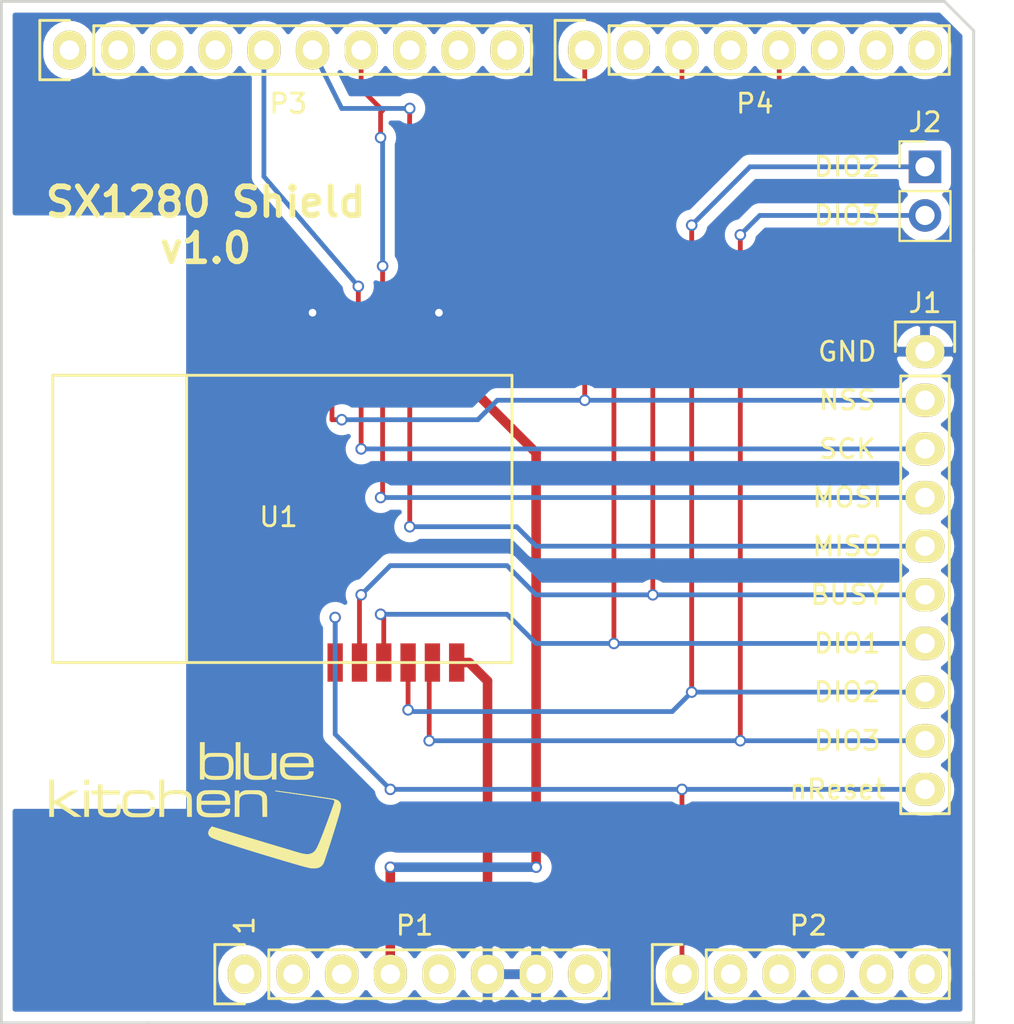
<source format=kicad_pcb>
(kicad_pcb (version 20171130) (host pcbnew "(5.1.9-0-10_14)")

  (general
    (thickness 1.6)
    (drawings 22)
    (tracks 119)
    (zones 0)
    (modules 8)
    (nets 34)
  )

  (page A4)
  (title_block
    (date "lun. 30 mars 2015")
  )

  (layers
    (0 F.Cu signal)
    (31 B.Cu signal hide)
    (32 B.Adhes user)
    (33 F.Adhes user)
    (34 B.Paste user)
    (35 F.Paste user)
    (36 B.SilkS user)
    (37 F.SilkS user)
    (38 B.Mask user)
    (39 F.Mask user)
    (40 Dwgs.User user)
    (41 Cmts.User user)
    (42 Eco1.User user)
    (43 Eco2.User user)
    (44 Edge.Cuts user)
    (45 Margin user)
    (46 B.CrtYd user)
    (47 F.CrtYd user)
    (48 B.Fab user)
    (49 F.Fab user)
  )

  (setup
    (last_trace_width 0.25)
    (user_trace_width 0.25)
    (user_trace_width 0.5)
    (trace_clearance 0.2)
    (zone_clearance 0.508)
    (zone_45_only no)
    (trace_min 0.2)
    (via_size 0.6)
    (via_drill 0.4)
    (via_min_size 0.4)
    (via_min_drill 0.3)
    (uvia_size 0.3)
    (uvia_drill 0.1)
    (uvias_allowed no)
    (uvia_min_size 0.2)
    (uvia_min_drill 0.1)
    (edge_width 0.15)
    (segment_width 0.15)
    (pcb_text_width 0.3)
    (pcb_text_size 1.5 1.5)
    (mod_edge_width 0.15)
    (mod_text_size 1 1)
    (mod_text_width 0.15)
    (pad_size 4.064 4.064)
    (pad_drill 3.048)
    (pad_to_mask_clearance 0)
    (aux_axis_origin 110.998 126.365)
    (grid_origin 110.998 126.365)
    (visible_elements FFFFFF7F)
    (pcbplotparams
      (layerselection 0x3d0fc_ffffffff)
      (usegerberextensions false)
      (usegerberattributes false)
      (usegerberadvancedattributes false)
      (creategerberjobfile false)
      (excludeedgelayer true)
      (linewidth 0.100000)
      (plotframeref false)
      (viasonmask false)
      (mode 1)
      (useauxorigin false)
      (hpglpennumber 1)
      (hpglpenspeed 20)
      (hpglpendiameter 15.000000)
      (psnegative false)
      (psa4output false)
      (plotreference true)
      (plotvalue true)
      (plotinvisibletext false)
      (padsonsilk false)
      (subtractmaskfromsilk false)
      (outputformat 1)
      (mirror false)
      (drillshape 0)
      (scaleselection 1)
      (outputdirectory ""))
  )

  (net 0 "")
  (net 1 GND)
  (net 2 "Net-(P1-Pad1)")
  (net 3 "Net-(P1-Pad2)")
  (net 4 "Net-(P1-Pad3)")
  (net 5 VCC)
  (net 6 "Net-(P1-Pad5)")
  (net 7 "Net-(P1-Pad8)")
  (net 8 "Net-(P2-Pad2)")
  (net 9 "Net-(P2-Pad3)")
  (net 10 "Net-(P2-Pad4)")
  (net 11 "Net-(P2-Pad5)")
  (net 12 "Net-(P2-Pad6)")
  (net 13 "Net-(P3-Pad1)")
  (net 14 "Net-(P3-Pad2)")
  (net 15 "Net-(P3-Pad3)")
  (net 16 "Net-(P3-Pad4)")
  (net 17 "Net-(P3-Pad8)")
  (net 18 "Net-(P3-Pad9)")
  (net 19 "Net-(P3-Pad10)")
  (net 20 "Net-(P4-Pad2)")
  (net 21 "Net-(P4-Pad4)")
  (net 22 "Net-(P4-Pad6)")
  (net 23 "Net-(P4-Pad7)")
  (net 24 "Net-(P4-Pad8)")
  (net 25 "Net-(J1-Pad8)")
  (net 26 "Net-(J1-Pad7)")
  (net 27 "Net-(J1-Pad6)")
  (net 28 "Net-(J1-Pad5)")
  (net 29 "Net-(J1-Pad4)")
  (net 30 "Net-(J1-Pad3)")
  (net 31 "Net-(J1-Pad2)")
  (net 32 "Net-(J1-Pad10)")
  (net 33 "Net-(J1-Pad9)")

  (net_class Default "This is the default net class."
    (clearance 0.2)
    (trace_width 0.25)
    (via_dia 0.6)
    (via_drill 0.4)
    (uvia_dia 0.3)
    (uvia_drill 0.1)
    (add_net GND)
    (add_net "Net-(J1-Pad10)")
    (add_net "Net-(J1-Pad2)")
    (add_net "Net-(J1-Pad3)")
    (add_net "Net-(J1-Pad4)")
    (add_net "Net-(J1-Pad5)")
    (add_net "Net-(J1-Pad6)")
    (add_net "Net-(J1-Pad7)")
    (add_net "Net-(J1-Pad8)")
    (add_net "Net-(J1-Pad9)")
    (add_net "Net-(P1-Pad1)")
    (add_net "Net-(P1-Pad2)")
    (add_net "Net-(P1-Pad3)")
    (add_net "Net-(P1-Pad5)")
    (add_net "Net-(P1-Pad8)")
    (add_net "Net-(P2-Pad2)")
    (add_net "Net-(P2-Pad3)")
    (add_net "Net-(P2-Pad4)")
    (add_net "Net-(P2-Pad5)")
    (add_net "Net-(P2-Pad6)")
    (add_net "Net-(P3-Pad1)")
    (add_net "Net-(P3-Pad10)")
    (add_net "Net-(P3-Pad2)")
    (add_net "Net-(P3-Pad3)")
    (add_net "Net-(P3-Pad4)")
    (add_net "Net-(P3-Pad8)")
    (add_net "Net-(P3-Pad9)")
    (add_net "Net-(P4-Pad2)")
    (add_net "Net-(P4-Pad4)")
    (add_net "Net-(P4-Pad6)")
    (add_net "Net-(P4-Pad7)")
    (add_net "Net-(P4-Pad8)")
    (add_net VCC)
  )

  (module BlueKitchen:logo (layer F.Cu) (tedit 0) (tstamp 6016F30E)
    (at 136.906 114.681)
    (fp_text reference G*** (at 0 0) (layer F.SilkS) hide
      (effects (font (size 1.524 1.524) (thickness 0.3)))
    )
    (fp_text value LOGO (at 0.75 0) (layer F.SilkS) hide
      (effects (font (size 1.524 1.524) (thickness 0.3)))
    )
    (fp_poly (pts (xy 1.8161 -1.0287) (xy 1.5748 -1.0287) (xy 1.5748 -2.9718) (xy 1.8161 -2.9718)
      (xy 1.8161 -1.0287)) (layer F.SilkS) (width 0.01))
    (fp_poly (pts (xy 4.874359 -2.412569) (xy 4.981905 -2.411036) (xy 5.070515 -2.408043) (xy 5.143418 -2.403232)
      (xy 5.20384 -2.396243) (xy 5.255008 -2.386719) (xy 5.300149 -2.374301) (xy 5.34249 -2.358631)
      (xy 5.378441 -2.342604) (xy 5.446918 -2.299145) (xy 5.511939 -2.23803) (xy 5.566623 -2.166771)
      (xy 5.601917 -2.098633) (xy 5.614141 -2.0628) (xy 5.6229 -2.024446) (xy 5.628981 -1.977709)
      (xy 5.63317 -1.916723) (xy 5.635975 -1.844675) (xy 5.641624 -1.6637) (xy 4.124922 -1.6637)
      (xy 4.133566 -1.571625) (xy 4.145317 -1.480149) (xy 4.162514 -1.409522) (xy 4.187176 -1.35543)
      (xy 4.22132 -1.313553) (xy 4.266967 -1.279577) (xy 4.271367 -1.276958) (xy 4.309729 -1.256849)
      (xy 4.351002 -1.240756) (xy 4.398299 -1.228321) (xy 4.454727 -1.219187) (xy 4.523398 -1.212995)
      (xy 4.607422 -1.209389) (xy 4.709909 -1.208012) (xy 4.833969 -1.208504) (xy 4.8641 -1.208824)
      (xy 4.967498 -1.210077) (xy 5.048811 -1.211364) (xy 5.111353 -1.212972) (xy 5.158435 -1.215189)
      (xy 5.193371 -1.218303) (xy 5.219475 -1.222602) (xy 5.24006 -1.228372) (xy 5.25844 -1.235902)
      (xy 5.276189 -1.2446) (xy 5.335073 -1.282178) (xy 5.372339 -1.326399) (xy 5.391701 -1.382012)
      (xy 5.393752 -1.394925) (xy 5.400844 -1.4478) (xy 5.6388 -1.4478) (xy 5.6388 -1.385897)
      (xy 5.627189 -1.296956) (xy 5.593375 -1.21732) (xy 5.55253 -1.164149) (xy 5.505911 -1.122515)
      (xy 5.452787 -1.089572) (xy 5.386649 -1.061948) (xy 5.310747 -1.038882) (xy 5.280859 -1.031369)
      (xy 5.250523 -1.025353) (xy 5.216409 -1.02063) (xy 5.175186 -1.016999) (xy 5.123526 -1.014259)
      (xy 5.058098 -1.012208) (xy 4.975572 -1.010646) (xy 4.872618 -1.00937) (xy 4.8133 -1.008784)
      (xy 4.710722 -1.008234) (xy 4.612644 -1.008477) (xy 4.522953 -1.009444) (xy 4.445536 -1.011068)
      (xy 4.384282 -1.01328) (xy 4.343076 -1.016014) (xy 4.333573 -1.017162) (xy 4.215474 -1.045256)
      (xy 4.115723 -1.090888) (xy 4.03417 -1.154186) (xy 3.970667 -1.23528) (xy 3.925063 -1.3343)
      (xy 3.91045 -1.3843) (xy 3.903541 -1.427167) (xy 3.898269 -1.489874) (xy 3.894636 -1.567027)
      (xy 3.892644 -1.653235) (xy 3.892295 -1.743104) (xy 3.893592 -1.831242) (xy 3.896421 -1.909045)
      (xy 4.1402 -1.909045) (xy 4.1402 -1.8669) (xy 5.3975 -1.8669) (xy 5.3975 -1.93881)
      (xy 5.388818 -2.01384) (xy 5.36136 -2.074169) (xy 5.313004 -2.123044) (xy 5.254528 -2.157698)
      (xy 5.205463 -2.178554) (xy 5.152369 -2.194811) (xy 5.091825 -2.206834) (xy 5.020411 -2.214987)
      (xy 4.934708 -2.219634) (xy 4.831294 -2.221139) (xy 4.706752 -2.219867) (xy 4.676561 -2.219259)
      (xy 4.563799 -2.216202) (xy 4.473242 -2.21199) (xy 4.401701 -2.205985) (xy 4.345985 -2.197546)
      (xy 4.302905 -2.186034) (xy 4.26927 -2.170808) (xy 4.241893 -2.151228) (xy 4.21814 -2.127292)
      (xy 4.185508 -2.077289) (xy 4.15918 -2.013241) (xy 4.143176 -1.946402) (xy 4.1402 -1.909045)
      (xy 3.896421 -1.909045) (xy 3.896538 -1.912255) (xy 3.901133 -1.98075) (xy 3.907381 -2.031335)
      (xy 3.910179 -2.0447) (xy 3.945051 -2.147343) (xy 3.994207 -2.230572) (xy 4.059746 -2.296442)
      (xy 4.143765 -2.347004) (xy 4.248365 -2.384312) (xy 4.2608 -2.387588) (xy 4.29187 -2.394954)
      (xy 4.323209 -2.40076) (xy 4.358264 -2.405188) (xy 4.400484 -2.408418) (xy 4.453319 -2.410633)
      (xy 4.520215 -2.412012) (xy 4.604622 -2.412737) (xy 4.709988 -2.41299) (xy 4.744651 -2.413)
      (xy 4.874359 -2.412569)) (layer F.SilkS) (width 0.01))
    (fp_poly (pts (xy 2.24797 -1.927225) (xy 2.248401 -1.78444) (xy 2.24963 -1.662703) (xy 2.251635 -1.562883)
      (xy 2.254393 -1.485849) (xy 2.257879 -1.43247) (xy 2.262065 -1.403637) (xy 2.291343 -1.343282)
      (xy 2.341192 -1.290914) (xy 2.407073 -1.25068) (xy 2.445318 -1.236188) (xy 2.491175 -1.226759)
      (xy 2.557162 -1.219498) (xy 2.638102 -1.21441) (xy 2.728816 -1.211499) (xy 2.824126 -1.210768)
      (xy 2.918856 -1.212222) (xy 3.007827 -1.215866) (xy 3.085861 -1.221703) (xy 3.147781 -1.229737)
      (xy 3.175 -1.235602) (xy 3.259102 -1.263681) (xy 3.322763 -1.298056) (xy 3.370778 -1.342151)
      (xy 3.407942 -1.399389) (xy 3.40995 -1.40335) (xy 3.44805 -1.47955) (xy 3.452076 -1.939925)
      (xy 3.456103 -2.4003) (xy 3.6957 -2.4003) (xy 3.6957 -1.0287) (xy 3.4671 -1.0287)
      (xy 3.467052 -1.133475) (xy 3.467005 -1.23825) (xy 3.443678 -1.20015) (xy 3.38922 -1.133885)
      (xy 3.316186 -1.079256) (xy 3.23031 -1.040548) (xy 3.229777 -1.040375) (xy 3.201026 -1.031722)
      (xy 3.172329 -1.02496) (xy 3.139956 -1.019803) (xy 3.100177 -1.015963) (xy 3.04926 -1.013152)
      (xy 2.983475 -1.011084) (xy 2.899092 -1.009472) (xy 2.81305 -1.008283) (xy 2.693657 -1.007296)
      (xy 2.596681 -1.007706) (xy 2.519172 -1.009605) (xy 2.458181 -1.013086) (xy 2.410759 -1.018242)
      (xy 2.39096 -1.021524) (xy 2.292959 -1.049126) (xy 2.204475 -1.091651) (xy 2.131143 -1.145965)
      (xy 2.093472 -1.18715) (xy 2.073168 -1.214917) (xy 2.056294 -1.241672) (xy 2.042535 -1.269999)
      (xy 2.031574 -1.302482) (xy 2.023095 -1.341705) (xy 2.01678 -1.390251) (xy 2.012314 -1.450703)
      (xy 2.00938 -1.525646) (xy 2.007662 -1.617662) (xy 2.006842 -1.729336) (xy 2.006605 -1.863252)
      (xy 2.0066 -1.896309) (xy 2.0066 -2.4003) (xy 2.2479 -2.4003) (xy 2.24797 -1.927225)) (layer F.SilkS) (width 0.01))
    (fp_poly (pts (xy -0.0508 -2.24409) (xy -0.014231 -2.294573) (xy 0.037284 -2.345197) (xy 0.090544 -2.375853)
      (xy 0.109489 -2.384184) (xy 0.127444 -2.390858) (xy 0.147354 -2.39606) (xy 0.172162 -2.399972)
      (xy 0.204812 -2.402778) (xy 0.248248 -2.404662) (xy 0.305414 -2.405808) (xy 0.379252 -2.406398)
      (xy 0.472707 -2.406618) (xy 0.5842 -2.40665) (xy 0.711386 -2.406437) (xy 0.816246 -2.405579)
      (xy 0.901853 -2.403752) (xy 0.971279 -2.400629) (xy 1.027597 -2.395887) (xy 1.073878 -2.389199)
      (xy 1.113196 -2.380239) (xy 1.148622 -2.368684) (xy 1.183229 -2.354206) (xy 1.21285 -2.340075)
      (xy 1.296862 -2.286549) (xy 1.361513 -2.217806) (xy 1.407999 -2.132252) (xy 1.434213 -2.0447)
      (xy 1.443811 -1.983249) (xy 1.451064 -1.903405) (xy 1.45578 -1.812085) (xy 1.457767 -1.716205)
      (xy 1.456833 -1.622683) (xy 1.452788 -1.538433) (xy 1.44931 -1.49984) (xy 1.432415 -1.393295)
      (xy 1.406388 -1.306532) (xy 1.369315 -1.234983) (xy 1.319282 -1.174075) (xy 1.308451 -1.163608)
      (xy 1.26156 -1.122935) (xy 1.216896 -1.092932) (xy 1.166454 -1.069434) (xy 1.102229 -1.048273)
      (xy 1.069234 -1.039085) (xy 1.035051 -1.030678) (xy 0.999861 -1.024108) (xy 0.959735 -1.019088)
      (xy 0.910743 -1.015335) (xy 0.848956 -1.012562) (xy 0.770445 -1.010485) (xy 0.671281 -1.008818)
      (xy 0.6477 -1.008496) (xy 0.532131 -1.007443) (xy 0.43889 -1.007735) (xy 0.364934 -1.009469)
      (xy 0.307221 -1.012744) (xy 0.262709 -1.017657) (xy 0.239947 -1.021666) (xy 0.134554 -1.053255)
      (xy 0.046416 -1.100057) (xy -0.016681 -1.154751) (xy -0.0635 -1.206574) (xy -0.0635 -1.0287)
      (xy -0.2921 -1.0287) (xy -0.2921 -1.642405) (xy -0.049402 -1.642405) (xy -0.047154 -1.556644)
      (xy -0.041192 -1.488696) (xy -0.030843 -1.434822) (xy -0.015433 -1.391285) (xy 0.005712 -1.354345)
      (xy 0.027623 -1.326558) (xy 0.059418 -1.293963) (xy 0.093597 -1.267792) (xy 0.133274 -1.247365)
      (xy 0.181559 -1.232003) (xy 0.241564 -1.221025) (xy 0.316402 -1.21375) (xy 0.409183 -1.209499)
      (xy 0.52302 -1.20759) (xy 0.572941 -1.207336) (xy 0.662191 -1.20764) (xy 0.746953 -1.208953)
      (xy 0.822582 -1.211123) (xy 0.884433 -1.214) (xy 0.92786 -1.217432) (xy 0.941241 -1.219314)
      (xy 1.034274 -1.246183) (xy 1.107111 -1.288284) (xy 1.160069 -1.345871) (xy 1.193465 -1.419195)
      (xy 1.19396 -1.420907) (xy 1.20204 -1.46348) (xy 1.208477 -1.525135) (xy 1.213084 -1.599594)
      (xy 1.215677 -1.680581) (xy 1.216067 -1.761818) (xy 1.214069 -1.837029) (xy 1.209497 -1.899937)
      (xy 1.208448 -1.908976) (xy 1.192531 -1.998367) (xy 1.167971 -2.067047) (xy 1.131831 -2.119054)
      (xy 1.081168 -2.15843) (xy 1.013045 -2.189214) (xy 1.001673 -2.193161) (xy 0.977901 -2.200208)
      (xy 0.951184 -2.205679) (xy 0.918107 -2.209766) (xy 0.87525 -2.21266) (xy 0.8192 -2.214551)
      (xy 0.746537 -2.215632) (xy 0.653846 -2.216092) (xy 0.59055 -2.21615) (xy 0.470042 -2.215659)
      (xy 0.371816 -2.213857) (xy 0.292767 -2.210249) (xy 0.229789 -2.204344) (xy 0.179778 -2.195647)
      (xy 0.139628 -2.183665) (xy 0.106234 -2.167905) (xy 0.07649 -2.147873) (xy 0.056458 -2.13129)
      (xy 0.023923 -2.100745) (xy -0.000853 -2.070985) (xy -0.018998 -2.037919) (xy -0.031638 -1.997452)
      (xy -0.039901 -1.945495) (xy -0.044913 -1.877953) (xy -0.047801 -1.790736) (xy -0.048608 -1.749716)
      (xy -0.049402 -1.642405) (xy -0.2921 -1.642405) (xy -0.2921 -2.9718) (xy -0.0508 -2.9718)
      (xy -0.0508 -2.24409)) (layer F.SilkS) (width 0.01))
    (fp_poly (pts (xy -6.096 -0.7493) (xy -6.3373 -0.7493) (xy -6.3373 -1.016) (xy -6.096 -1.016)
      (xy -6.096 -0.7493)) (layer F.SilkS) (width 0.01))
    (fp_poly (pts (xy 2.558187 -0.463356) (xy 2.643333 -0.462648) (xy 2.709993 -0.461237) (xy 2.761625 -0.458934)
      (xy 2.801685 -0.455551) (xy 2.833629 -0.450899) (xy 2.860914 -0.44479) (xy 2.87655 -0.440326)
      (xy 2.983799 -0.397147) (xy 3.070667 -0.339291) (xy 3.136874 -0.266991) (xy 3.178211 -0.190642)
      (xy 3.185171 -0.172529) (xy 3.190907 -0.154319) (xy 3.195561 -0.133409) (xy 3.199274 -0.107197)
      (xy 3.202189 -0.073082) (xy 3.204446 -0.028461) (xy 3.206187 0.029267) (xy 3.207553 0.102705)
      (xy 3.208687 0.194455) (xy 3.209728 0.307118) (xy 3.210506 0.403225) (xy 3.214634 0.9271)
      (xy 2.973171 0.9271) (xy 2.96931 0.434975) (xy 2.968274 0.309815) (xy 2.967226 0.207445)
      (xy 2.966018 0.125255) (xy 2.964506 0.060637) (xy 2.962543 0.010979) (xy 2.959984 -0.026327)
      (xy 2.956682 -0.053891) (xy 2.952492 -0.074322) (xy 2.947267 -0.090231) (xy 2.940861 -0.104227)
      (xy 2.938945 -0.10795) (xy 2.899808 -0.161229) (xy 2.842604 -0.203199) (xy 2.764244 -0.236074)
      (xy 2.756697 -0.238462) (xy 2.716157 -0.246528) (xy 2.655361 -0.252909) (xy 2.579403 -0.257573)
      (xy 2.493373 -0.260488) (xy 2.402363 -0.26162) (xy 2.311466 -0.260936) (xy 2.225771 -0.258405)
      (xy 2.150372 -0.253993) (xy 2.09036 -0.247667) (xy 2.06375 -0.242915) (xy 1.977473 -0.216701)
      (xy 1.903746 -0.181107) (xy 1.848165 -0.138994) (xy 1.837117 -0.127023) (xy 1.819264 -0.10411)
      (xy 1.804619 -0.080085) (xy 1.792869 -0.052274) (xy 1.783699 -0.018003) (xy 1.776796 0.0254)
      (xy 1.771846 0.08061) (xy 1.768535 0.150299) (xy 1.76655 0.237142) (xy 1.765576 0.343811)
      (xy 1.765301 0.47298) (xy 1.7653 0.484905) (xy 1.7653 0.9271) (xy 1.524 0.9271)
      (xy 1.524 -0.4445) (xy 1.751531 -0.4445) (xy 1.75524 -0.346888) (xy 1.75895 -0.249275)
      (xy 1.79359 -0.301736) (xy 1.84487 -0.358059) (xy 1.917601 -0.403586) (xy 2.012803 -0.438944)
      (xy 2.019613 -0.440855) (xy 2.048306 -0.447838) (xy 2.080035 -0.453265) (xy 2.118302 -0.457322)
      (xy 2.166612 -0.460191) (xy 2.228467 -0.462058) (xy 2.307371 -0.463107) (xy 2.406828 -0.463521)
      (xy 2.4511 -0.46355) (xy 2.558187 -0.463356)) (layer F.SilkS) (width 0.01))
    (fp_poly (pts (xy -2.171192 -0.619125) (xy -2.170977 -0.508601) (xy -2.170558 -0.421155) (xy -2.169803 -0.354464)
      (xy -2.168578 -0.306208) (xy -2.166751 -0.274063) (xy -2.164188 -0.255708) (xy -2.160757 -0.248821)
      (xy -2.156325 -0.25108) (xy -2.15076 -0.260163) (xy -2.150661 -0.26035) (xy -2.102578 -0.328419)
      (xy -2.036775 -0.382112) (xy -1.951886 -0.422172) (xy -1.846543 -0.449341) (xy -1.785793 -0.458321)
      (xy -1.723241 -0.46357) (xy -1.645274 -0.466838) (xy -1.556715 -0.468244) (xy -1.462385 -0.467904)
      (xy -1.367106 -0.465939) (xy -1.2757 -0.462465) (xy -1.192989 -0.457602) (xy -1.123796 -0.451466)
      (xy -1.072941 -0.444177) (xy -1.057022 -0.440465) (xy -0.96275 -0.404167) (xy -0.881015 -0.354252)
      (xy -0.817512 -0.294298) (xy -0.810773 -0.285797) (xy -0.790472 -0.258141) (xy -0.7736 -0.231468)
      (xy -0.759842 -0.203198) (xy -0.748881 -0.170748) (xy -0.740401 -0.131538) (xy -0.734086 -0.082987)
      (xy -0.729618 -0.022513) (xy -0.726683 0.052465) (xy -0.724963 0.144529) (xy -0.724143 0.256258)
      (xy -0.723906 0.390235) (xy -0.7239 0.423108) (xy -0.7239 0.9271) (xy -0.9652 0.9271)
      (xy -0.965271 0.454025) (xy -0.965653 0.327355) (xy -0.966722 0.21441) (xy -0.968424 0.117327)
      (xy -0.970706 0.038239) (xy -0.973512 -0.020716) (xy -0.97679 -0.057403) (xy -0.978459 -0.066281)
      (xy -1.001384 -0.121978) (xy -1.037466 -0.167667) (xy -1.08839 -0.20389) (xy -1.155841 -0.231189)
      (xy -1.241504 -0.250105) (xy -1.347064 -0.261181) (xy -1.474207 -0.264957) (xy -1.590985 -0.263135)
      (xy -1.718845 -0.257082) (xy -1.82425 -0.24691) (xy -1.909956 -0.231626) (xy -1.978715 -0.210238)
      (xy -2.033281 -0.181755) (xy -2.076406 -0.145182) (xy -2.110845 -0.099529) (xy -2.12725 -0.06985)
      (xy -2.16535 0.00635) (xy -2.173404 0.9271) (xy -2.413 0.9271) (xy -2.413 -1.016)
      (xy -2.1717 -1.016) (xy -2.171192 -0.619125)) (layer F.SilkS) (width 0.01))
    (fp_poly (pts (xy -6.096 0.9271) (xy -6.3373 0.9271) (xy -6.3373 -0.4445) (xy -6.096 -0.4445)
      (xy -6.096 0.9271)) (layer F.SilkS) (width 0.01))
    (fp_poly (pts (xy -7.9248 0.0635) (xy -7.873587 0.0635) (xy -7.858033 0.062179) (xy -7.839654 0.057347)
      (xy -7.816182 0.047699) (xy -7.785347 0.031931) (xy -7.744881 0.008738) (xy -7.692515 -0.023185)
      (xy -7.62598 -0.065142) (xy -7.543008 -0.118439) (xy -7.441328 -0.184379) (xy -7.432262 -0.190276)
      (xy -7.04215 -0.444051) (xy -6.854825 -0.444276) (xy -6.789144 -0.443747) (xy -6.733553 -0.442139)
      (xy -6.692473 -0.439673) (xy -6.670325 -0.436569) (xy -6.667711 -0.434975) (xy -6.678111 -0.426347)
      (xy -6.707764 -0.405533) (xy -6.754488 -0.373975) (xy -6.816101 -0.333115) (xy -6.89042 -0.284394)
      (xy -6.975264 -0.229252) (xy -7.06845 -0.169131) (xy -7.131864 -0.128447) (xy -7.595806 0.168556)
      (xy -7.045934 0.53511) (xy -6.940097 0.605848) (xy -6.840797 0.672574) (xy -6.75002 0.733929)
      (xy -6.669754 0.788553) (xy -6.601985 0.835085) (xy -6.548701 0.872165) (xy -6.511889 0.898434)
      (xy -6.493535 0.912532) (xy -6.491823 0.914382) (xy -6.502252 0.919751) (xy -6.536578 0.923728)
      (xy -6.593333 0.926212) (xy -6.671047 0.927099) (xy -6.673855 0.9271) (xy -6.860127 0.9271)
      (xy -7.351371 0.5969) (xy -7.471503 0.516375) (xy -7.572443 0.449258) (xy -7.655883 0.3945)
      (xy -7.723515 0.35105) (xy -7.777031 0.31786) (xy -7.818123 0.293879) (xy -7.848484 0.278058)
      (xy -7.869804 0.269348) (xy -7.883708 0.2667) (xy -7.9248 0.2667) (xy -7.9248 0.9271)
      (xy -8.1661 0.9271) (xy -8.1661 -1.016) (xy -7.9248 -1.016) (xy -7.9248 0.0635)) (layer F.SilkS) (width 0.01))
    (fp_poly (pts (xy 0.525444 -0.46429) (xy 0.625578 -0.461677) (xy 0.715627 -0.457574) (xy 0.791217 -0.45198)
      (xy 0.847969 -0.444897) (xy 0.867559 -0.440886) (xy 0.979611 -0.404623) (xy 1.072281 -0.356282)
      (xy 1.14662 -0.294304) (xy 1.203681 -0.21713) (xy 1.244514 -0.123199) (xy 1.270172 -0.010953)
      (xy 1.281706 0.121168) (xy 1.282604 0.174625) (xy 1.2827 0.2921) (xy -0.2286 0.2921)
      (xy -0.2286 0.372344) (xy -0.221029 0.462505) (xy -0.199542 0.543506) (xy -0.16598 0.609224)
      (xy -0.151948 0.627225) (xy -0.116146 0.660775) (xy -0.071732 0.688191) (xy -0.016393 0.709876)
      (xy 0.052186 0.726232) (xy 0.136321 0.737661) (xy 0.238325 0.744565) (xy 0.360513 0.747347)
      (xy 0.505201 0.746408) (xy 0.531095 0.74593) (xy 0.637552 0.743136) (xy 0.728538 0.739373)
      (xy 0.801524 0.734795) (xy 0.853983 0.72956) (xy 0.882054 0.724262) (xy 0.943723 0.69246)
      (xy 0.993626 0.642193) (xy 1.02591 0.579698) (xy 1.029535 0.567091) (xy 1.044415 0.508)
      (xy 1.286253 0.508) (xy 1.278891 0.579333) (xy 1.2603 0.670494) (xy 1.224116 0.746775)
      (xy 1.169075 0.809341) (xy 1.09391 0.859357) (xy 0.997355 0.897988) (xy 0.90805 0.920623)
      (xy 0.860886 0.927506) (xy 0.792894 0.933576) (xy 0.708635 0.938731) (xy 0.61267 0.94287)
      (xy 0.509562 0.945891) (xy 0.403872 0.947692) (xy 0.300162 0.948173) (xy 0.202992 0.947232)
      (xy 0.116925 0.944767) (xy 0.046522 0.940677) (xy 0.0381 0.939963) (xy -0.090168 0.920355)
      (xy -0.198364 0.885812) (xy -0.287406 0.835701) (xy -0.358212 0.769393) (xy -0.411699 0.686255)
      (xy -0.441821 0.609849) (xy -0.450549 0.56681) (xy -0.457317 0.503642) (xy -0.462136 0.425279)
      (xy -0.465017 0.336657) (xy -0.465971 0.242711) (xy -0.465009 0.148378) (xy -0.46311 0.0889)
      (xy -0.231485 0.0889) (xy 1.0414 0.0889) (xy 1.0414 0.033645) (xy 1.03136 -0.047481)
      (xy 1.000851 -0.115406) (xy 0.949289 -0.170694) (xy 0.876088 -0.213906) (xy 0.780663 -0.245607)
      (xy 0.74241 -0.253988) (xy 0.704675 -0.258507) (xy 0.647351 -0.261761) (xy 0.574782 -0.263816)
      (xy 0.49131 -0.264733) (xy 0.401277 -0.264575) (xy 0.309026 -0.263407) (xy 0.218899 -0.261291)
      (xy 0.13524 -0.258291) (xy 0.06239 -0.254469) (xy 0.004692 -0.24989) (xy -0.033511 -0.244615)
      (xy -0.041623 -0.242569) (xy -0.106137 -0.211324) (xy -0.156182 -0.16264) (xy -0.192875 -0.094847)
      (xy -0.217337 -0.00627) (xy -0.223023 0.028575) (xy -0.231485 0.0889) (xy -0.46311 0.0889)
      (xy -0.462141 0.058592) (xy -0.457378 -0.02171) (xy -0.450732 -0.087593) (xy -0.442212 -0.134122)
      (xy -0.440176 -0.141004) (xy -0.396381 -0.235922) (xy -0.332885 -0.315142) (xy -0.250448 -0.378011)
      (xy -0.149834 -0.423875) (xy -0.090222 -0.440872) (xy -0.042041 -0.448686) (xy 0.02669 -0.455011)
      (xy 0.111597 -0.459846) (xy 0.208302 -0.463192) (xy 0.31243 -0.465048) (xy 0.419602 -0.465414)
      (xy 0.525444 -0.46429)) (layer F.SilkS) (width 0.01))
    (fp_poly (pts (xy -3.279064 -0.466583) (xy -3.172061 -0.461413) (xy -3.081986 -0.452123) (xy -3.006066 -0.438279)
      (xy -2.941529 -0.419448) (xy -2.885605 -0.395197) (xy -2.83552 -0.365094) (xy -2.815815 -0.350796)
      (xy -2.760566 -0.294415) (xy -2.715839 -0.220012) (xy -2.684685 -0.133838) (xy -2.670982 -0.053975)
      (xy -2.663317 0.0381) (xy -2.8956 0.0381) (xy -2.895879 -0.015875) (xy -2.906865 -0.086625)
      (xy -2.936656 -0.150284) (xy -2.981617 -0.199668) (xy -2.993029 -0.207803) (xy -3.023377 -0.225084)
      (xy -3.05763 -0.238821) (xy -3.098799 -0.249332) (xy -3.149896 -0.256933) (xy -3.213935 -0.261942)
      (xy -3.293928 -0.264675) (xy -3.392888 -0.265449) (xy -3.513827 -0.264582) (xy -3.5306 -0.264375)
      (xy -3.641636 -0.262696) (xy -3.730546 -0.260413) (xy -3.800606 -0.256912) (xy -3.855091 -0.251583)
      (xy -3.897277 -0.243815) (xy -3.930437 -0.232996) (xy -3.957847 -0.218516) (xy -3.982783 -0.199762)
      (xy -4.008518 -0.176123) (xy -4.009741 -0.174942) (xy -4.036871 -0.1451) (xy -4.057803 -0.112153)
      (xy -4.073287 -0.072472) (xy -4.084072 -0.022428) (xy -4.090909 0.041607) (xy -4.094548 0.123262)
      (xy -4.095737 0.226166) (xy -4.09575 0.2413) (xy -4.095568 0.327652) (xy -4.094755 0.392861)
      (xy -4.092913 0.44118) (xy -4.089645 0.476864) (xy -4.084552 0.504169) (xy -4.077237 0.527348)
      (xy -4.067301 0.550657) (xy -4.06669 0.551985) (xy -4.046033 0.592578) (xy -4.025391 0.62659)
      (xy -4.01589 0.639083) (xy -3.976667 0.670096) (xy -3.919984 0.699144) (xy -3.853735 0.722755)
      (xy -3.795547 0.735997) (xy -3.749768 0.740969) (xy -3.684801 0.744723) (xy -3.605991 0.747263)
      (xy -3.518682 0.748595) (xy -3.428221 0.748721) (xy -3.339954 0.747648) (xy -3.259225 0.745379)
      (xy -3.19138 0.741919) (xy -3.141764 0.737272) (xy -3.130111 0.735443) (xy -3.036854 0.708939)
      (xy -2.963736 0.667911) (xy -2.911259 0.612876) (xy -2.879926 0.544351) (xy -2.8702 0.468004)
      (xy -2.8702 0.4191) (xy -2.637949 0.4191) (xy -2.646456 0.521108) (xy -2.661587 0.624477)
      (xy -2.688832 0.708331) (xy -2.72956 0.776173) (xy -2.758954 0.808655) (xy -2.795289 0.841501)
      (xy -2.831664 0.868497) (xy -2.87101 0.890251) (xy -2.91626 0.907368) (xy -2.970348 0.920456)
      (xy -3.036205 0.930123) (xy -3.116765 0.936976) (xy -3.214959 0.941621) (xy -3.333722 0.944666)
      (xy -3.42265 0.946067) (xy -3.521971 0.946956) (xy -3.617501 0.947015) (xy -3.704997 0.946303)
      (xy -3.780211 0.944876) (xy -3.838901 0.942793) (xy -3.876819 0.940111) (xy -3.879046 0.939845)
      (xy -3.999398 0.914647) (xy -4.101792 0.87172) (xy -4.186057 0.811176) (xy -4.252025 0.733126)
      (xy -4.284994 0.6731) (xy -4.306569 0.617644) (xy -4.322624 0.55603) (xy -4.333574 0.484458)
      (xy -4.339836 0.399131) (xy -4.341826 0.296249) (xy -4.339959 0.172016) (xy -4.339944 0.17145)
      (xy -4.335875 0.0626) (xy -4.329473 -0.024962) (xy -4.319682 -0.095318) (xy -4.305445 -0.152548)
      (xy -4.285706 -0.200733) (xy -4.25941 -0.243955) (xy -4.2255 -0.286293) (xy -4.219818 -0.29268)
      (xy -4.177983 -0.335244) (xy -4.134345 -0.370165) (xy -4.085885 -0.398233) (xy -4.029583 -0.420235)
      (xy -3.962419 -0.43696) (xy -3.881373 -0.449197) (xy -3.783426 -0.457734) (xy -3.665557 -0.463361)
      (xy -3.554938 -0.466294) (xy -3.405765 -0.468066) (xy -3.279064 -0.466583)) (layer F.SilkS) (width 0.01))
    (fp_poly (pts (xy -5.39115 -0.76835) (xy -5.384042 -0.4445) (xy -4.4831 -0.4445) (xy -4.4831 -0.2413)
      (xy -5.3848 -0.2413) (xy -5.384243 0.149225) (xy -5.38381 0.274964) (xy -5.382483 0.378004)
      (xy -5.379629 0.461044) (xy -5.374615 0.526781) (xy -5.366809 0.577916) (xy -5.355578 0.617147)
      (xy -5.340289 0.647173) (xy -5.32031 0.670693) (xy -5.295007 0.690407) (xy -5.263749 0.709012)
      (xy -5.25145 0.715673) (xy -5.229069 0.726349) (xy -5.205232 0.733825) (xy -5.175 0.738659)
      (xy -5.133436 0.741405) (xy -5.075601 0.742622) (xy -5.01015 0.742869) (xy -4.934171 0.742509)
      (xy -4.878383 0.74102) (xy -4.837582 0.737819) (xy -4.806565 0.732329) (xy -4.78013 0.723967)
      (xy -4.75883 0.714842) (xy -4.71706 0.689848) (xy -4.685939 0.656278) (xy -4.663873 0.610349)
      (xy -4.649264 0.548277) (xy -4.640517 0.466281) (xy -4.638413 0.429438) (xy -4.631903 0.2921)
      (xy -4.445 0.2921) (xy -4.445 0.461244) (xy -4.446841 0.558086) (xy -4.452524 0.632685)
      (xy -4.462295 0.687945) (xy -4.464901 0.697401) (xy -4.500452 0.774233) (xy -4.555974 0.839438)
      (xy -4.626988 0.888279) (xy -4.658216 0.90198) (xy -4.728147 0.921504) (xy -4.817459 0.93609)
      (xy -4.92053 0.945274) (xy -5.031737 0.948592) (xy -5.145457 0.945582) (xy -5.1689 0.944118)
      (xy -5.274287 0.929727) (xy -5.370752 0.902729) (xy -5.454002 0.864933) (xy -5.519743 0.818151)
      (xy -5.551984 0.782508) (xy -5.570847 0.75502) (xy -5.586222 0.727866) (xy -5.598463 0.698178)
      (xy -5.607923 0.663091) (xy -5.614957 0.619739) (xy -5.619917 0.565255) (xy -5.623158 0.496772)
      (xy -5.625033 0.411426) (xy -5.625896 0.306349) (xy -5.6261 0.181844) (xy -5.6261 -0.2413)
      (xy -5.9309 -0.2413) (xy -5.9309 -0.4445) (xy -5.6261 -0.4445) (xy -5.6261 -0.775654)
      (xy -5.39115 -0.76835)) (layer F.SilkS) (width 0.01))
    (fp_poly (pts (xy 3.70205 -0.438108) (xy 3.724607 -0.434848) (xy 3.76857 -0.428731) (xy 3.83017 -0.420275)
      (xy 3.905636 -0.409995) (xy 3.991199 -0.398405) (xy 4.0767 -0.386881) (xy 4.296821 -0.35711)
      (xy 4.517637 -0.326913) (xy 4.737429 -0.296542) (xy 4.954476 -0.26625) (xy 5.167059 -0.236287)
      (xy 5.373457 -0.206905) (xy 5.57195 -0.178357) (xy 5.760818 -0.150893) (xy 5.938342 -0.124765)
      (xy 6.102801 -0.100225) (xy 6.252475 -0.077525) (xy 6.385645 -0.056915) (xy 6.500589 -0.038649)
      (xy 6.595589 -0.022977) (xy 6.668924 -0.010151) (xy 6.718875 -0.000423) (xy 6.720429 -0.000087)
      (xy 6.822681 0.027423) (xy 6.903467 0.061875) (xy 6.966286 0.105516) (xy 7.014634 0.160593)
      (xy 7.041162 0.205991) (xy 7.055461 0.238519) (xy 7.065904 0.272767) (xy 7.072135 0.310699)
      (xy 7.073797 0.35428) (xy 7.070532 0.405475) (xy 7.061985 0.466248) (xy 7.047797 0.538564)
      (xy 7.027612 0.624389) (xy 7.001074 0.725687) (xy 6.967824 0.844423) (xy 6.927507 0.982562)
      (xy 6.879765 1.142068) (xy 6.858143 1.213504) (xy 6.817868 1.345394) (xy 6.774273 1.486629)
      (xy 6.728016 1.635174) (xy 6.679758 1.788993) (xy 6.630156 1.946053) (xy 6.57987 2.104317)
      (xy 6.529559 2.26175) (xy 6.479881 2.416317) (xy 6.431496 2.565984) (xy 6.385062 2.708714)
      (xy 6.341238 2.842474) (xy 6.300684 2.965228) (xy 6.264058 3.07494) (xy 6.232019 3.169576)
      (xy 6.205227 3.247101) (xy 6.184339 3.305479) (xy 6.170016 3.342675) (xy 6.165468 3.3528)
      (xy 6.105708 3.444607) (xy 6.029844 3.516914) (xy 5.937772 3.569773) (xy 5.829391 3.603239)
      (xy 5.704597 3.617364) (xy 5.658356 3.61777) (xy 5.602972 3.616441) (xy 5.554057 3.614383)
      (xy 5.519551 3.611963) (xy 5.5118 3.611013) (xy 5.464673 3.602726) (xy 5.409259 3.591374)
      (xy 5.344275 3.576601) (xy 5.268438 3.558053) (xy 5.180465 3.535372) (xy 5.079073 3.508204)
      (xy 4.96298 3.476194) (xy 4.830904 3.438984) (xy 4.68156 3.396221) (xy 4.513668 3.347547)
      (xy 4.325943 3.292608) (xy 4.117103 3.231048) (xy 3.885867 3.162511) (xy 3.7719 3.128625)
      (xy 3.46945 3.038293) (xy 3.174255 2.949481) (xy 2.887399 2.862534) (xy 2.609965 2.7778)
      (xy 2.343039 2.695625) (xy 2.087703 2.616354) (xy 1.845042 2.540336) (xy 1.61614 2.467915)
      (xy 1.402081 2.39944) (xy 1.20395 2.335255) (xy 1.02283 2.275708) (xy 0.859806 2.221144)
      (xy 0.715961 2.171911) (xy 0.59238 2.128355) (xy 0.490147 2.090823) (xy 0.410346 2.05966)
      (xy 0.36195 2.038892) (xy 0.274305 1.991978) (xy 0.210161 1.941427) (xy 0.167652 1.884916)
      (xy 0.144913 1.820119) (xy 0.1397 1.761949) (xy 0.152198 1.680896) (xy 0.189354 1.597495)
      (xy 0.250654 1.51282) (xy 0.266464 1.495068) (xy 0.326695 1.429564) (xy 0.522122 1.488128)
      (xy 0.561868 1.500075) (xy 0.623961 1.51879) (xy 0.70644 1.543678) (xy 0.807341 1.574147)
      (xy 0.924702 1.609603) (xy 1.056561 1.649454) (xy 1.200954 1.693106) (xy 1.35592 1.739966)
      (xy 1.519496 1.78944) (xy 1.689719 1.840937) (xy 1.864627 1.893861) (xy 1.96215 1.923375)
      (xy 2.150713 1.980402) (xy 2.343994 2.038778) (xy 2.539115 2.097636) (xy 2.733199 2.156113)
      (xy 2.923368 2.213343) (xy 3.106744 2.268462) (xy 3.28045 2.320604) (xy 3.441607 2.368904)
      (xy 3.587339 2.412499) (xy 3.714767 2.450522) (xy 3.821014 2.482108) (xy 3.82905 2.48449)
      (xy 3.958043 2.522783) (xy 4.086229 2.560954) (xy 4.210245 2.597994) (xy 4.326728 2.632893)
      (xy 4.432316 2.664643) (xy 4.523646 2.692233) (xy 4.597355 2.714656) (xy 4.650081 2.730901)
      (xy 4.650267 2.730959) (xy 4.808994 2.778946) (xy 4.94689 2.817071) (xy 5.066418 2.845605)
      (xy 5.170042 2.864814) (xy 5.260223 2.874967) (xy 5.339426 2.876332) (xy 5.410113 2.869176)
      (xy 5.474746 2.853769) (xy 5.535788 2.830377) (xy 5.541134 2.827916) (xy 5.590627 2.802318)
      (xy 5.635646 2.772806) (xy 5.677499 2.737294) (xy 5.717494 2.693695) (xy 5.756942 2.639922)
      (xy 5.797149 2.573888) (xy 5.839426 2.493507) (xy 5.88508 2.396692) (xy 5.935421 2.281356)
      (xy 5.991757 2.145413) (xy 6.032334 2.0447) (xy 6.071701 1.94509) (xy 6.116017 1.831035)
      (xy 6.164333 1.705115) (xy 6.2157 1.569909) (xy 6.269169 1.427996) (xy 6.32379 1.281956)
      (xy 6.378615 1.134369) (xy 6.432693 0.987814) (xy 6.485075 0.844872) (xy 6.534813 0.708121)
      (xy 6.580957 0.580141) (xy 6.622557 0.463512) (xy 6.658664 0.360813) (xy 6.688329 0.274624)
      (xy 6.710603 0.207525) (xy 6.722389 0.169573) (xy 6.732542 0.119136) (xy 6.726394 0.083237)
      (xy 6.701148 0.057281) (xy 6.654004 0.036676) (xy 6.63845 0.031816) (xy 6.612085 0.025591)
      (xy 6.565962 0.016765) (xy 6.499638 0.00527) (xy 6.41267 -0.008959) (xy 6.304614 -0.02599)
      (xy 6.175027 -0.045889) (xy 6.023465 -0.068723) (xy 5.849484 -0.094559) (xy 5.652641 -0.123464)
      (xy 5.432492 -0.155503) (xy 5.188595 -0.190744) (xy 4.920504 -0.229254) (xy 4.627778 -0.271099)
      (xy 4.56565 -0.279958) (xy 4.416972 -0.301195) (xy 4.275429 -0.321501) (xy 4.143063 -0.340578)
      (xy 4.021917 -0.358126) (xy 3.914036 -0.373847) (xy 3.821462 -0.387443) (xy 3.746238 -0.398615)
      (xy 3.690409 -0.407063) (xy 3.656016 -0.412491) (xy 3.645255 -0.414474) (xy 3.634 -0.422787)
      (xy 3.64191 -0.431378) (xy 3.662908 -0.43772) (xy 3.690914 -0.439282) (xy 3.70205 -0.438108)) (layer F.SilkS) (width 0.01))
  )

  (module BlueKitchen:E28-2G4M12S-SX1280 (layer F.Cu) (tedit 6015C2F8) (tstamp 6015D18F)
    (at 140.716 99.949 180)
    (path /6015E7A6)
    (fp_text reference U1 (at 0 0 180) (layer F.SilkS)
      (effects (font (size 1 1) (thickness 0.15)))
    )
    (fp_text value SX1280 (at 0.3 -1.6) (layer F.Fab)
      (effects (font (size 1 1) (thickness 0.15)))
    )
    (fp_line (start 4.8 -7.6) (end 4.8 7.4) (layer F.SilkS) (width 0.15))
    (fp_line (start -12.2 -7.6) (end -12.2 7.4) (layer F.SilkS) (width 0.15))
    (fp_line (start 11.8 7.4) (end -12.2 7.4) (layer F.SilkS) (width 0.15))
    (fp_line (start 11.8 -7.6) (end 11.8 7.4) (layer F.SilkS) (width 0.15))
    (fp_line (start -12.2 -7.6) (end 11.8 -7.6) (layer F.SilkS) (width 0.15))
    (pad 1 smd rect (at -9.31 7.5 180) (size 0.8 2) (layers F.Cu F.Paste F.Mask)
      (net 5 VCC))
    (pad 2 smd rect (at -8.04 7.5 180) (size 0.8 2) (layers F.Cu F.Paste F.Mask)
      (net 1 GND))
    (pad 3 smd rect (at -6.71 7.5 180) (size 0.8 2) (layers F.Cu F.Paste F.Mask)
      (net 28 "Net-(J1-Pad5)"))
    (pad 4 smd rect (at -5.44 7.5 180) (size 0.8 2) (layers F.Cu F.Paste F.Mask)
      (net 29 "Net-(J1-Pad4)"))
    (pad 6 smd rect (at -2.9 7.5 180) (size 0.8 2) (layers F.Cu F.Paste F.Mask)
      (net 31 "Net-(J1-Pad2)"))
    (pad 5 smd rect (at -4.17 7.5) (size 0.8 2) (layers F.Cu F.Paste F.Mask)
      (net 30 "Net-(J1-Pad3)"))
    (pad 7 smd rect (at -1.63 7.5 180) (size 0.8 2) (layers F.Cu F.Paste F.Mask)
      (net 1 GND))
    (pad 14 smd rect (at -9.31 -7.6 180) (size 0.8 2) (layers F.Cu F.Paste F.Mask)
      (net 1 GND))
    (pad 13 smd rect (at -8.04 -7.6 180) (size 0.8 2) (layers F.Cu F.Paste F.Mask)
      (net 33 "Net-(J1-Pad9)"))
    (pad 12 smd rect (at -6.77 -7.6 180) (size 0.8 2) (layers F.Cu F.Paste F.Mask)
      (net 25 "Net-(J1-Pad8)"))
    (pad 11 smd rect (at -5.5 -7.6 180) (size 0.8 2) (layers F.Cu F.Paste F.Mask)
      (net 26 "Net-(J1-Pad7)"))
    (pad 10 smd rect (at -4.23 -7.6 180) (size 0.8 2) (layers F.Cu F.Paste F.Mask)
      (net 27 "Net-(J1-Pad6)"))
    (pad 9 smd rect (at -2.96 -7.6 180) (size 0.8 2) (layers F.Cu F.Paste F.Mask)
      (net 32 "Net-(J1-Pad10)"))
    (pad 8 smd rect (at -1.69 -7.6 180) (size 0.8 2) (layers F.Cu F.Paste F.Mask)
      (net 1 GND))
  )

  (module Connector_PinHeader_2.54mm:PinHeader_1x02_P2.54mm_Vertical (layer F.Cu) (tedit 59FED5CC) (tstamp 6016F088)
    (at 174.498 81.661)
    (descr "Through hole straight pin header, 1x02, 2.54mm pitch, single row")
    (tags "Through hole pin header THT 1x02 2.54mm single row")
    (path /601D9C77)
    (fp_text reference J2 (at 0 -2.33) (layer F.SilkS)
      (effects (font (size 1 1) (thickness 0.15)))
    )
    (fp_text value Conn_01x02 (at 0 4.87) (layer F.Fab)
      (effects (font (size 1 1) (thickness 0.15)))
    )
    (fp_line (start -0.635 -1.27) (end 1.27 -1.27) (layer F.Fab) (width 0.1))
    (fp_line (start 1.27 -1.27) (end 1.27 3.81) (layer F.Fab) (width 0.1))
    (fp_line (start 1.27 3.81) (end -1.27 3.81) (layer F.Fab) (width 0.1))
    (fp_line (start -1.27 3.81) (end -1.27 -0.635) (layer F.Fab) (width 0.1))
    (fp_line (start -1.27 -0.635) (end -0.635 -1.27) (layer F.Fab) (width 0.1))
    (fp_line (start -1.33 3.87) (end 1.33 3.87) (layer F.SilkS) (width 0.12))
    (fp_line (start -1.33 1.27) (end -1.33 3.87) (layer F.SilkS) (width 0.12))
    (fp_line (start 1.33 1.27) (end 1.33 3.87) (layer F.SilkS) (width 0.12))
    (fp_line (start -1.33 1.27) (end 1.33 1.27) (layer F.SilkS) (width 0.12))
    (fp_line (start -1.33 0) (end -1.33 -1.33) (layer F.SilkS) (width 0.12))
    (fp_line (start -1.33 -1.33) (end 0 -1.33) (layer F.SilkS) (width 0.12))
    (fp_line (start -1.8 -1.8) (end -1.8 4.35) (layer F.CrtYd) (width 0.05))
    (fp_line (start -1.8 4.35) (end 1.8 4.35) (layer F.CrtYd) (width 0.05))
    (fp_line (start 1.8 4.35) (end 1.8 -1.8) (layer F.CrtYd) (width 0.05))
    (fp_line (start 1.8 -1.8) (end -1.8 -1.8) (layer F.CrtYd) (width 0.05))
    (fp_text user %R (at 0 1.27 90) (layer F.Fab)
      (effects (font (size 1 1) (thickness 0.15)))
    )
    (pad 2 thru_hole oval (at 0 2.54) (size 1.7 1.7) (drill 1) (layers *.Cu *.Mask)
      (net 33 "Net-(J1-Pad9)"))
    (pad 1 thru_hole rect (at 0 0) (size 1.7 1.7) (drill 1) (layers *.Cu *.Mask)
      (net 25 "Net-(J1-Pad8)"))
    (model ${KISYS3DMOD}/Connector_PinHeader_2.54mm.3dshapes/PinHeader_1x02_P2.54mm_Vertical.wrl
      (at (xyz 0 0 0))
      (scale (xyz 1 1 1))
      (rotate (xyz 0 0 0))
    )
  )

  (module Socket_Arduino_Uno:Socket_Strip_Arduino_1x10 (layer F.Cu) (tedit 551AF8D9) (tstamp 6016F002)
    (at 174.498 91.313 270)
    (descr "Through hole socket strip")
    (tags "socket strip")
    (path /601C6E98)
    (fp_text reference J1 (at -2.54 0 180) (layer F.SilkS)
      (effects (font (size 1 1) (thickness 0.15)))
    )
    (fp_text value Conn_01x10 (at 0 -3.1 90) (layer F.Fab)
      (effects (font (size 1 1) (thickness 0.15)))
    )
    (fp_line (start -1.75 -1.75) (end -1.75 1.75) (layer F.CrtYd) (width 0.05))
    (fp_line (start 24.65 -1.75) (end 24.65 1.75) (layer F.CrtYd) (width 0.05))
    (fp_line (start -1.75 -1.75) (end 24.65 -1.75) (layer F.CrtYd) (width 0.05))
    (fp_line (start -1.75 1.75) (end 24.65 1.75) (layer F.CrtYd) (width 0.05))
    (fp_line (start 1.27 1.27) (end 24.13 1.27) (layer F.SilkS) (width 0.15))
    (fp_line (start 24.13 1.27) (end 24.13 -1.27) (layer F.SilkS) (width 0.15))
    (fp_line (start 24.13 -1.27) (end 1.27 -1.27) (layer F.SilkS) (width 0.15))
    (fp_line (start -1.55 1.55) (end 0 1.55) (layer F.SilkS) (width 0.15))
    (fp_line (start 1.27 1.27) (end 1.27 -1.27) (layer F.SilkS) (width 0.15))
    (fp_line (start 0 -1.55) (end -1.55 -1.55) (layer F.SilkS) (width 0.15))
    (fp_line (start -1.55 -1.55) (end -1.55 1.55) (layer F.SilkS) (width 0.15))
    (pad 10 thru_hole oval (at 22.86 0 270) (size 1.7272 2.032) (drill 1.016) (layers *.Cu *.Mask F.SilkS)
      (net 32 "Net-(J1-Pad10)"))
    (pad 9 thru_hole oval (at 20.32 0 270) (size 1.7272 2.032) (drill 1.016) (layers *.Cu *.Mask F.SilkS)
      (net 33 "Net-(J1-Pad9)"))
    (pad 8 thru_hole oval (at 17.78 0 270) (size 1.7272 2.032) (drill 1.016) (layers *.Cu *.Mask F.SilkS)
      (net 25 "Net-(J1-Pad8)"))
    (pad 7 thru_hole oval (at 15.24 0 270) (size 1.7272 2.032) (drill 1.016) (layers *.Cu *.Mask F.SilkS)
      (net 26 "Net-(J1-Pad7)"))
    (pad 6 thru_hole oval (at 12.7 0 270) (size 1.7272 2.032) (drill 1.016) (layers *.Cu *.Mask F.SilkS)
      (net 27 "Net-(J1-Pad6)"))
    (pad 5 thru_hole oval (at 10.16 0 270) (size 1.7272 2.032) (drill 1.016) (layers *.Cu *.Mask F.SilkS)
      (net 28 "Net-(J1-Pad5)"))
    (pad 4 thru_hole oval (at 7.62 0 270) (size 1.7272 2.032) (drill 1.016) (layers *.Cu *.Mask F.SilkS)
      (net 29 "Net-(J1-Pad4)"))
    (pad 3 thru_hole oval (at 5.08 0 270) (size 1.7272 2.032) (drill 1.016) (layers *.Cu *.Mask F.SilkS)
      (net 30 "Net-(J1-Pad3)"))
    (pad 2 thru_hole oval (at 2.54 0 270) (size 1.7272 2.032) (drill 1.016) (layers *.Cu *.Mask F.SilkS)
      (net 31 "Net-(J1-Pad2)"))
    (pad 1 thru_hole oval (at 0 0 270) (size 1.7272 2.032) (drill 1.016) (layers *.Cu *.Mask F.SilkS)
      (net 1 GND))
    (model ${KIPRJMOD}/Socket_Arduino_Uno.3dshapes/Socket_header_Arduino_1x10.wrl
      (offset (xyz 11.42999982833862 0 0))
      (scale (xyz 1 1 1))
      (rotate (xyz 0 0 180))
    )
  )

  (module Socket_Arduino_Uno:Socket_Strip_Arduino_1x08 locked (layer F.Cu) (tedit 552168D2) (tstamp 551AF9EA)
    (at 138.938 123.825)
    (descr "Through hole socket strip")
    (tags "socket strip")
    (path /56D70129)
    (fp_text reference P1 (at 8.89 -2.54) (layer F.SilkS)
      (effects (font (size 1 1) (thickness 0.15)))
    )
    (fp_text value Power (at 8.89 -4.064) (layer F.Fab)
      (effects (font (size 1 1) (thickness 0.15)))
    )
    (fp_line (start -1.55 -1.55) (end -1.55 1.55) (layer F.SilkS) (width 0.15))
    (fp_line (start 0 -1.55) (end -1.55 -1.55) (layer F.SilkS) (width 0.15))
    (fp_line (start 1.27 1.27) (end 1.27 -1.27) (layer F.SilkS) (width 0.15))
    (fp_line (start -1.55 1.55) (end 0 1.55) (layer F.SilkS) (width 0.15))
    (fp_line (start 19.05 -1.27) (end 1.27 -1.27) (layer F.SilkS) (width 0.15))
    (fp_line (start 19.05 1.27) (end 19.05 -1.27) (layer F.SilkS) (width 0.15))
    (fp_line (start 1.27 1.27) (end 19.05 1.27) (layer F.SilkS) (width 0.15))
    (fp_line (start -1.75 1.75) (end 19.55 1.75) (layer F.CrtYd) (width 0.05))
    (fp_line (start -1.75 -1.75) (end 19.55 -1.75) (layer F.CrtYd) (width 0.05))
    (fp_line (start 19.55 -1.75) (end 19.55 1.75) (layer F.CrtYd) (width 0.05))
    (fp_line (start -1.75 -1.75) (end -1.75 1.75) (layer F.CrtYd) (width 0.05))
    (pad 1 thru_hole oval (at 0 0) (size 1.7272 2.032) (drill 1.016) (layers *.Cu *.Mask F.SilkS)
      (net 2 "Net-(P1-Pad1)"))
    (pad 2 thru_hole oval (at 2.54 0) (size 1.7272 2.032) (drill 1.016) (layers *.Cu *.Mask F.SilkS)
      (net 3 "Net-(P1-Pad2)"))
    (pad 3 thru_hole oval (at 5.08 0) (size 1.7272 2.032) (drill 1.016) (layers *.Cu *.Mask F.SilkS)
      (net 4 "Net-(P1-Pad3)"))
    (pad 4 thru_hole oval (at 7.62 0) (size 1.7272 2.032) (drill 1.016) (layers *.Cu *.Mask F.SilkS)
      (net 5 VCC))
    (pad 5 thru_hole oval (at 10.16 0) (size 1.7272 2.032) (drill 1.016) (layers *.Cu *.Mask F.SilkS)
      (net 6 "Net-(P1-Pad5)"))
    (pad 6 thru_hole oval (at 12.7 0) (size 1.7272 2.032) (drill 1.016) (layers *.Cu *.Mask F.SilkS)
      (net 1 GND))
    (pad 7 thru_hole oval (at 15.24 0) (size 1.7272 2.032) (drill 1.016) (layers *.Cu *.Mask F.SilkS)
      (net 1 GND))
    (pad 8 thru_hole oval (at 17.78 0) (size 1.7272 2.032) (drill 1.016) (layers *.Cu *.Mask F.SilkS)
      (net 7 "Net-(P1-Pad8)"))
    (model ${KIPRJMOD}/Socket_Arduino_Uno.3dshapes/Socket_header_Arduino_1x08.wrl
      (offset (xyz 8.889999866485596 0 0))
      (scale (xyz 1 1 1))
      (rotate (xyz 0 0 180))
    )
  )

  (module Socket_Arduino_Uno:Socket_Strip_Arduino_1x06 locked (layer F.Cu) (tedit 552168D6) (tstamp 551AF9FF)
    (at 161.798 123.825)
    (descr "Through hole socket strip")
    (tags "socket strip")
    (path /56D70DD8)
    (fp_text reference P2 (at 6.604 -2.54) (layer F.SilkS)
      (effects (font (size 1 1) (thickness 0.15)))
    )
    (fp_text value Analog (at 6.604 -4.064) (layer F.Fab)
      (effects (font (size 1 1) (thickness 0.15)))
    )
    (fp_line (start -1.55 -1.55) (end -1.55 1.55) (layer F.SilkS) (width 0.15))
    (fp_line (start 0 -1.55) (end -1.55 -1.55) (layer F.SilkS) (width 0.15))
    (fp_line (start 1.27 1.27) (end 1.27 -1.27) (layer F.SilkS) (width 0.15))
    (fp_line (start -1.55 1.55) (end 0 1.55) (layer F.SilkS) (width 0.15))
    (fp_line (start 13.97 -1.27) (end 1.27 -1.27) (layer F.SilkS) (width 0.15))
    (fp_line (start 13.97 1.27) (end 13.97 -1.27) (layer F.SilkS) (width 0.15))
    (fp_line (start 1.27 1.27) (end 13.97 1.27) (layer F.SilkS) (width 0.15))
    (fp_line (start -1.75 1.75) (end 14.45 1.75) (layer F.CrtYd) (width 0.05))
    (fp_line (start -1.75 -1.75) (end 14.45 -1.75) (layer F.CrtYd) (width 0.05))
    (fp_line (start 14.45 -1.75) (end 14.45 1.75) (layer F.CrtYd) (width 0.05))
    (fp_line (start -1.75 -1.75) (end -1.75 1.75) (layer F.CrtYd) (width 0.05))
    (pad 1 thru_hole oval (at 0 0) (size 1.7272 2.032) (drill 1.016) (layers *.Cu *.Mask F.SilkS)
      (net 32 "Net-(J1-Pad10)"))
    (pad 2 thru_hole oval (at 2.54 0) (size 1.7272 2.032) (drill 1.016) (layers *.Cu *.Mask F.SilkS)
      (net 8 "Net-(P2-Pad2)"))
    (pad 3 thru_hole oval (at 5.08 0) (size 1.7272 2.032) (drill 1.016) (layers *.Cu *.Mask F.SilkS)
      (net 9 "Net-(P2-Pad3)"))
    (pad 4 thru_hole oval (at 7.62 0) (size 1.7272 2.032) (drill 1.016) (layers *.Cu *.Mask F.SilkS)
      (net 10 "Net-(P2-Pad4)"))
    (pad 5 thru_hole oval (at 10.16 0) (size 1.7272 2.032) (drill 1.016) (layers *.Cu *.Mask F.SilkS)
      (net 11 "Net-(P2-Pad5)"))
    (pad 6 thru_hole oval (at 12.7 0) (size 1.7272 2.032) (drill 1.016) (layers *.Cu *.Mask F.SilkS)
      (net 12 "Net-(P2-Pad6)"))
    (model ${KIPRJMOD}/Socket_Arduino_Uno.3dshapes/Socket_header_Arduino_1x06.wrl
      (offset (xyz 6.349999904632568 0 0))
      (scale (xyz 1 1 1))
      (rotate (xyz 0 0 180))
    )
  )

  (module Socket_Arduino_Uno:Socket_Strip_Arduino_1x10 locked (layer F.Cu) (tedit 552168BF) (tstamp 551AFA18)
    (at 129.794 75.565)
    (descr "Through hole socket strip")
    (tags "socket strip")
    (path /56D721E0)
    (fp_text reference P3 (at 11.43 2.794) (layer F.SilkS)
      (effects (font (size 1 1) (thickness 0.15)))
    )
    (fp_text value Digital (at 11.43 4.318) (layer F.Fab)
      (effects (font (size 1 1) (thickness 0.15)))
    )
    (fp_line (start -1.55 -1.55) (end -1.55 1.55) (layer F.SilkS) (width 0.15))
    (fp_line (start 0 -1.55) (end -1.55 -1.55) (layer F.SilkS) (width 0.15))
    (fp_line (start 1.27 1.27) (end 1.27 -1.27) (layer F.SilkS) (width 0.15))
    (fp_line (start -1.55 1.55) (end 0 1.55) (layer F.SilkS) (width 0.15))
    (fp_line (start 24.13 -1.27) (end 1.27 -1.27) (layer F.SilkS) (width 0.15))
    (fp_line (start 24.13 1.27) (end 24.13 -1.27) (layer F.SilkS) (width 0.15))
    (fp_line (start 1.27 1.27) (end 24.13 1.27) (layer F.SilkS) (width 0.15))
    (fp_line (start -1.75 1.75) (end 24.65 1.75) (layer F.CrtYd) (width 0.05))
    (fp_line (start -1.75 -1.75) (end 24.65 -1.75) (layer F.CrtYd) (width 0.05))
    (fp_line (start 24.65 -1.75) (end 24.65 1.75) (layer F.CrtYd) (width 0.05))
    (fp_line (start -1.75 -1.75) (end -1.75 1.75) (layer F.CrtYd) (width 0.05))
    (pad 1 thru_hole oval (at 0 0) (size 1.7272 2.032) (drill 1.016) (layers *.Cu *.Mask F.SilkS)
      (net 13 "Net-(P3-Pad1)"))
    (pad 2 thru_hole oval (at 2.54 0) (size 1.7272 2.032) (drill 1.016) (layers *.Cu *.Mask F.SilkS)
      (net 14 "Net-(P3-Pad2)"))
    (pad 3 thru_hole oval (at 5.08 0) (size 1.7272 2.032) (drill 1.016) (layers *.Cu *.Mask F.SilkS)
      (net 15 "Net-(P3-Pad3)"))
    (pad 4 thru_hole oval (at 7.62 0) (size 1.7272 2.032) (drill 1.016) (layers *.Cu *.Mask F.SilkS)
      (net 16 "Net-(P3-Pad4)"))
    (pad 5 thru_hole oval (at 10.16 0) (size 1.7272 2.032) (drill 1.016) (layers *.Cu *.Mask F.SilkS)
      (net 30 "Net-(J1-Pad3)"))
    (pad 6 thru_hole oval (at 12.7 0) (size 1.7272 2.032) (drill 1.016) (layers *.Cu *.Mask F.SilkS)
      (net 28 "Net-(J1-Pad5)"))
    (pad 7 thru_hole oval (at 15.24 0) (size 1.7272 2.032) (drill 1.016) (layers *.Cu *.Mask F.SilkS)
      (net 29 "Net-(J1-Pad4)"))
    (pad 8 thru_hole oval (at 17.78 0) (size 1.7272 2.032) (drill 1.016) (layers *.Cu *.Mask F.SilkS)
      (net 17 "Net-(P3-Pad8)"))
    (pad 9 thru_hole oval (at 20.32 0) (size 1.7272 2.032) (drill 1.016) (layers *.Cu *.Mask F.SilkS)
      (net 18 "Net-(P3-Pad9)"))
    (pad 10 thru_hole oval (at 22.86 0) (size 1.7272 2.032) (drill 1.016) (layers *.Cu *.Mask F.SilkS)
      (net 19 "Net-(P3-Pad10)"))
    (model ${KIPRJMOD}/Socket_Arduino_Uno.3dshapes/Socket_header_Arduino_1x10.wrl
      (offset (xyz 11.42999982833862 0 0))
      (scale (xyz 1 1 1))
      (rotate (xyz 0 0 180))
    )
  )

  (module Socket_Arduino_Uno:Socket_Strip_Arduino_1x08 locked (layer F.Cu) (tedit 552168C7) (tstamp 551AFA2F)
    (at 156.718 75.565)
    (descr "Through hole socket strip")
    (tags "socket strip")
    (path /56D7164F)
    (fp_text reference P4 (at 8.89 2.794) (layer F.SilkS)
      (effects (font (size 1 1) (thickness 0.15)))
    )
    (fp_text value Digital (at 8.89 4.318) (layer F.Fab)
      (effects (font (size 1 1) (thickness 0.15)))
    )
    (fp_line (start -1.55 -1.55) (end -1.55 1.55) (layer F.SilkS) (width 0.15))
    (fp_line (start 0 -1.55) (end -1.55 -1.55) (layer F.SilkS) (width 0.15))
    (fp_line (start 1.27 1.27) (end 1.27 -1.27) (layer F.SilkS) (width 0.15))
    (fp_line (start -1.55 1.55) (end 0 1.55) (layer F.SilkS) (width 0.15))
    (fp_line (start 19.05 -1.27) (end 1.27 -1.27) (layer F.SilkS) (width 0.15))
    (fp_line (start 19.05 1.27) (end 19.05 -1.27) (layer F.SilkS) (width 0.15))
    (fp_line (start 1.27 1.27) (end 19.05 1.27) (layer F.SilkS) (width 0.15))
    (fp_line (start -1.75 1.75) (end 19.55 1.75) (layer F.CrtYd) (width 0.05))
    (fp_line (start -1.75 -1.75) (end 19.55 -1.75) (layer F.CrtYd) (width 0.05))
    (fp_line (start 19.55 -1.75) (end 19.55 1.75) (layer F.CrtYd) (width 0.05))
    (fp_line (start -1.75 -1.75) (end -1.75 1.75) (layer F.CrtYd) (width 0.05))
    (pad 1 thru_hole oval (at 0 0) (size 1.7272 2.032) (drill 1.016) (layers *.Cu *.Mask F.SilkS)
      (net 31 "Net-(J1-Pad2)"))
    (pad 2 thru_hole oval (at 2.54 0) (size 1.7272 2.032) (drill 1.016) (layers *.Cu *.Mask F.SilkS)
      (net 20 "Net-(P4-Pad2)"))
    (pad 3 thru_hole oval (at 5.08 0) (size 1.7272 2.032) (drill 1.016) (layers *.Cu *.Mask F.SilkS)
      (net 26 "Net-(J1-Pad7)"))
    (pad 4 thru_hole oval (at 7.62 0) (size 1.7272 2.032) (drill 1.016) (layers *.Cu *.Mask F.SilkS)
      (net 21 "Net-(P4-Pad4)"))
    (pad 5 thru_hole oval (at 10.16 0) (size 1.7272 2.032) (drill 1.016) (layers *.Cu *.Mask F.SilkS)
      (net 27 "Net-(J1-Pad6)"))
    (pad 6 thru_hole oval (at 12.7 0) (size 1.7272 2.032) (drill 1.016) (layers *.Cu *.Mask F.SilkS)
      (net 22 "Net-(P4-Pad6)"))
    (pad 7 thru_hole oval (at 15.24 0) (size 1.7272 2.032) (drill 1.016) (layers *.Cu *.Mask F.SilkS)
      (net 23 "Net-(P4-Pad7)"))
    (pad 8 thru_hole oval (at 17.78 0) (size 1.7272 2.032) (drill 1.016) (layers *.Cu *.Mask F.SilkS)
      (net 24 "Net-(P4-Pad8)"))
    (model ${KIPRJMOD}/Socket_Arduino_Uno.3dshapes/Socket_header_Arduino_1x08.wrl
      (offset (xyz 8.889999866485596 0 0))
      (scale (xyz 1 1 1))
      (rotate (xyz 0 0 180))
    )
  )

  (gr_text "SX1280 Shield\nv1.0" (at 136.906 84.709) (layer F.SilkS) (tstamp 6016F352)
    (effects (font (size 1.5 1.5) (thickness 0.3)))
  )
  (gr_text DIO3 (at 170.434 84.201) (layer F.SilkS)
    (effects (font (size 1 1) (thickness 0.15)))
  )
  (gr_text DIO2 (at 170.434 81.661) (layer F.SilkS)
    (effects (font (size 1 1) (thickness 0.15)))
  )
  (gr_text BUSY (at 170.434 104.013) (layer F.SilkS)
    (effects (font (size 1 1) (thickness 0.15)))
  )
  (gr_text nReset (at 169.926 114.173) (layer F.SilkS)
    (effects (font (size 1 1) (thickness 0.15)))
  )
  (gr_text "DIO3\n" (at 170.434 111.633) (layer F.SilkS)
    (effects (font (size 1 1) (thickness 0.15)))
  )
  (gr_text DIO2 (at 170.434 109.093) (layer F.SilkS)
    (effects (font (size 1 1) (thickness 0.15)))
  )
  (gr_text DIO1 (at 170.434 106.553) (layer F.SilkS)
    (effects (font (size 1 1) (thickness 0.15)))
  )
  (gr_text MISO (at 170.434 101.473) (layer F.SilkS)
    (effects (font (size 1 1) (thickness 0.15)))
  )
  (gr_text MOSI (at 170.434 98.933) (layer F.SilkS)
    (effects (font (size 1 1) (thickness 0.15)))
  )
  (gr_text SCK (at 170.434 96.393) (layer F.SilkS)
    (effects (font (size 1 1) (thickness 0.15)))
  )
  (gr_text NSS (at 170.434 93.853) (layer F.SilkS)
    (effects (font (size 1 1) (thickness 0.15)))
  )
  (gr_text GND (at 170.434 91.313) (layer F.SilkS)
    (effects (font (size 1 1) (thickness 0.15)))
  )
  (gr_line (start 126.238 126.365) (end 133.858 126.365) (layer Edge.Cuts) (width 0.15) (tstamp 60157AEC))
  (gr_line (start 126.238 73.025) (end 126.238 126.365) (layer Edge.Cuts) (width 0.15))
  (gr_line (start 177.038 85.979) (end 177.038 123.825) (layer Edge.Cuts) (width 0.15) (tstamp 60157A61))
  (gr_text 1 (at 138.938 121.285 90) (layer F.SilkS)
    (effects (font (size 1 1) (thickness 0.15)))
  )
  (gr_line (start 177.038 74.549) (end 175.514 73.025) (angle 90) (layer Edge.Cuts) (width 0.15))
  (gr_line (start 177.038 85.979) (end 177.038 74.549) (angle 90) (layer Edge.Cuts) (width 0.15))
  (gr_line (start 177.038 126.365) (end 177.038 123.825) (angle 90) (layer Edge.Cuts) (width 0.15))
  (gr_line (start 133.858 126.365) (end 177.038 126.365) (angle 90) (layer Edge.Cuts) (width 0.15))
  (gr_line (start 175.514 73.025) (end 126.238 73.025) (angle 90) (layer Edge.Cuts) (width 0.15))

  (segment (start 142.346 107.489) (end 142.406 107.549) (width 0.5) (layer F.Cu) (net 1))
  (segment (start 142.346 92.449) (end 142.346 107.489) (width 0.5) (layer F.Cu) (net 1))
  (segment (start 154.178 123.825) (end 151.638 123.825) (width 0.5) (layer F.Cu) (net 1))
  (segment (start 150.676 107.549) (end 150.026 107.549) (width 0.5) (layer F.Cu) (net 1))
  (segment (start 151.638 108.511) (end 150.676 107.549) (width 0.5) (layer F.Cu) (net 1))
  (segment (start 151.638 123.825) (end 151.638 108.511) (width 0.5) (layer F.Cu) (net 1))
  (segment (start 174.498 91.313) (end 152.654 91.313) (width 0.5) (layer B.Cu) (net 1))
  (segment (start 152.654 91.313) (end 150.622 89.281) (width 0.5) (layer B.Cu) (net 1))
  (via (at 149.098 89.281) (size 0.6) (drill 0.4) (layers F.Cu B.Cu) (net 1))
  (segment (start 150.622 89.281) (end 149.098 89.281) (width 0.5) (layer B.Cu) (net 1))
  (segment (start 148.756 89.623) (end 149.098 89.281) (width 0.5) (layer F.Cu) (net 1))
  (segment (start 148.756 92.449) (end 148.756 89.623) (width 0.5) (layer F.Cu) (net 1))
  (segment (start 149.098 89.281) (end 142.494 89.281) (width 0.5) (layer B.Cu) (net 1))
  (via (at 142.494 89.281) (size 0.6) (drill 0.4) (layers F.Cu B.Cu) (net 1))
  (segment (start 142.494 92.301) (end 142.346 92.449) (width 0.5) (layer F.Cu) (net 1))
  (segment (start 142.494 89.281) (end 142.494 92.301) (width 0.5) (layer F.Cu) (net 1))
  (segment (start 146.558 123.825) (end 146.558 118.237) (width 0.5) (layer F.Cu) (net 5))
  (segment (start 146.558 118.237) (end 146.558 118.237) (width 0.5) (layer F.Cu) (net 5) (tstamp 6016F13A))
  (via (at 146.558 118.237) (size 0.6) (drill 0.4) (layers F.Cu B.Cu) (net 5))
  (segment (start 146.558 118.237) (end 154.178 118.237) (width 0.5) (layer B.Cu) (net 5))
  (via (at 154.178 118.237) (size 0.6) (drill 0.4) (layers F.Cu B.Cu) (net 5))
  (segment (start 154.178 96.601) (end 150.026 92.449) (width 0.5) (layer F.Cu) (net 5))
  (segment (start 154.178 118.237) (end 154.178 96.601) (width 0.5) (layer F.Cu) (net 5))
  (segment (start 147.486 107.549) (end 147.486 110.021) (width 0.25) (layer F.Cu) (net 25))
  (via (at 147.486 110.021) (size 0.6) (drill 0.4) (layers F.Cu B.Cu) (net 25))
  (segment (start 174.498 81.661) (end 165.354 81.661) (width 0.25) (layer B.Cu) (net 25))
  (segment (start 165.354 81.661) (end 162.306 84.709) (width 0.25) (layer B.Cu) (net 25))
  (via (at 162.306 84.709) (size 0.6) (drill 0.4) (layers F.Cu B.Cu) (net 25))
  (segment (start 174.498 109.093) (end 162.306 109.093) (width 0.25) (layer B.Cu) (net 25))
  (via (at 162.306 109.093) (size 0.6) (drill 0.4) (layers F.Cu B.Cu) (net 25))
  (segment (start 162.306 108.585) (end 162.306 84.709) (width 0.25) (layer F.Cu) (net 25))
  (segment (start 162.306 109.093) (end 162.306 108.585) (width 0.25) (layer F.Cu) (net 25))
  (segment (start 161.29 110.109) (end 147.574 110.109) (width 0.25) (layer B.Cu) (net 25))
  (segment (start 162.306 109.093) (end 161.29 110.109) (width 0.25) (layer B.Cu) (net 25))
  (segment (start 154.178 106.553) (end 152.654 105.029) (width 0.25) (layer B.Cu) (net 26))
  (segment (start 152.654 105.029) (end 146.05 105.029) (width 0.25) (layer B.Cu) (net 26))
  (segment (start 146.216 107.549) (end 146.216 105.195) (width 0.25) (layer F.Cu) (net 26))
  (via (at 146.05 105.029) (size 0.6) (drill 0.4) (layers F.Cu B.Cu) (net 26))
  (segment (start 146.216 105.195) (end 146.05 105.029) (width 0.25) (layer F.Cu) (net 26))
  (segment (start 161.798 75.565) (end 161.798 78.105) (width 0.25) (layer F.Cu) (net 26))
  (segment (start 161.798 78.105) (end 158.242 81.661) (width 0.25) (layer F.Cu) (net 26))
  (segment (start 158.242 106.553) (end 154.178 106.553) (width 0.25) (layer B.Cu) (net 26))
  (via (at 158.242 106.553) (size 0.6) (drill 0.4) (layers F.Cu B.Cu) (net 26))
  (segment (start 158.242 81.661) (end 158.242 106.553) (width 0.25) (layer F.Cu) (net 26))
  (segment (start 174.498 106.553) (end 158.242 106.553) (width 0.25) (layer B.Cu) (net 26))
  (segment (start 144.946 107.549) (end 144.946 104.101) (width 0.25) (layer F.Cu) (net 27))
  (segment (start 154.178 104.013) (end 152.654 102.489) (width 0.25) (layer B.Cu) (net 27))
  (segment (start 152.654 102.489) (end 146.558 102.489) (width 0.25) (layer B.Cu) (net 27))
  (via (at 145.034 104.013) (size 0.6) (drill 0.4) (layers F.Cu B.Cu) (net 27))
  (segment (start 146.558 102.489) (end 145.034 104.013) (width 0.25) (layer B.Cu) (net 27))
  (segment (start 166.878 75.565) (end 166.878 77.597) (width 0.25) (layer F.Cu) (net 27))
  (segment (start 166.878 77.597) (end 160.274 84.201) (width 0.25) (layer F.Cu) (net 27))
  (via (at 160.274 104.013) (size 0.6) (drill 0.4) (layers F.Cu B.Cu) (net 27))
  (segment (start 160.274 84.201) (end 160.274 104.013) (width 0.25) (layer F.Cu) (net 27))
  (segment (start 160.274 104.013) (end 154.178 104.013) (width 0.25) (layer B.Cu) (net 27))
  (segment (start 174.498 104.013) (end 160.274 104.013) (width 0.25) (layer B.Cu) (net 27))
  (segment (start 174.498 101.473) (end 154.178 101.473) (width 0.25) (layer B.Cu) (net 28))
  (segment (start 154.178 101.473) (end 153.162 100.457) (width 0.25) (layer B.Cu) (net 28))
  (via (at 147.574 100.457) (size 0.6) (drill 0.4) (layers F.Cu B.Cu) (net 28))
  (segment (start 153.162 100.457) (end 147.574 100.457) (width 0.25) (layer B.Cu) (net 28))
  (segment (start 147.574 92.597) (end 147.426 92.449) (width 0.25) (layer F.Cu) (net 28))
  (segment (start 147.574 100.457) (end 147.574 92.597) (width 0.25) (layer F.Cu) (net 28))
  (segment (start 147.426 92.449) (end 147.574 78.613) (width 0.25) (layer F.Cu) (net 28))
  (via (at 147.574 78.613) (size 0.6) (drill 0.4) (layers F.Cu B.Cu) (net 28))
  (segment (start 144.018 78.613) (end 142.494 75.565) (width 0.25) (layer B.Cu) (net 28))
  (segment (start 147.574 78.613) (end 144.018 78.613) (width 0.25) (layer B.Cu) (net 28))
  (segment (start 145.034 77.597) (end 145.034 75.565) (width 0.25) (layer F.Cu) (net 29))
  (segment (start 146.156 78.719) (end 145.034 77.597) (width 0.25) (layer F.Cu) (net 29))
  (via (at 146.05 98.933) (size 0.6) (drill 0.4) (layers F.Cu B.Cu) (net 29))
  (segment (start 146.156 98.827) (end 146.05 98.933) (width 0.25) (layer F.Cu) (net 29))
  (segment (start 146.156 92.449) (end 146.156 98.827) (width 0.25) (layer F.Cu) (net 29))
  (segment (start 146.05 98.933) (end 174.498 98.933) (width 0.25) (layer B.Cu) (net 29))
  (via (at 146.05 80.137) (size 0.6) (drill 0.4) (layers F.Cu B.Cu) (net 29))
  (segment (start 146.05 78.825) (end 146.156 78.719) (width 0.25) (layer F.Cu) (net 29))
  (segment (start 146.05 80.137) (end 146.05 78.825) (width 0.25) (layer F.Cu) (net 29))
  (segment (start 146.156 80.243) (end 146.05 80.137) (width 0.25) (layer B.Cu) (net 29))
  (segment (start 146.156 86.847) (end 146.156 80.243) (width 0.25) (layer B.Cu) (net 29))
  (segment (start 146.156 92.449) (end 146.156 86.847) (width 0.25) (layer F.Cu) (net 29))
  (via (at 146.156 86.847) (size 0.6) (drill 0.4) (layers F.Cu B.Cu) (net 29))
  (via (at 145.034 96.393) (size 0.6) (drill 0.4) (layers F.Cu B.Cu) (net 30))
  (segment (start 145.034 92.597) (end 144.886 92.449) (width 0.25) (layer F.Cu) (net 30))
  (segment (start 145.034 96.393) (end 145.034 92.597) (width 0.25) (layer F.Cu) (net 30))
  (segment (start 145.034 96.393) (end 174.498 96.393) (width 0.25) (layer B.Cu) (net 30))
  (segment (start 139.954 82.168998) (end 139.954 75.565) (width 0.25) (layer B.Cu) (net 30))
  (segment (start 144.886 87.905) (end 139.954 82.168998) (width 0.25) (layer B.Cu) (net 30))
  (segment (start 144.886 92.449) (end 144.886 87.905) (width 0.25) (layer F.Cu) (net 30))
  (via (at 144.886 87.905) (size 0.6) (drill 0.4) (layers F.Cu B.Cu) (net 30))
  (segment (start 156.718 83.185) (end 156.718 75.565) (width 0.25) (layer F.Cu) (net 31))
  (segment (start 156.718 83.185) (end 156.718 93.853) (width 0.25) (layer F.Cu) (net 31))
  (via (at 156.718 93.853) (size 0.6) (drill 0.4) (layers F.Cu B.Cu) (net 31))
  (segment (start 156.718 93.853) (end 174.498 93.853) (width 0.25) (layer B.Cu) (net 31))
  (segment (start 156.718 93.853) (end 152.146 93.853) (width 0.25) (layer B.Cu) (net 31))
  (segment (start 152.146 93.853) (end 151.13 94.869) (width 0.25) (layer B.Cu) (net 31))
  (via (at 144.018 94.869) (size 0.6) (drill 0.4) (layers F.Cu B.Cu) (net 31))
  (segment (start 151.13 94.869) (end 144.018 94.869) (width 0.25) (layer B.Cu) (net 31))
  (segment (start 144.018 94.869) (end 143.51 94.869) (width 0.25) (layer F.Cu) (net 31))
  (segment (start 143.51 92.555) (end 143.616 92.449) (width 0.25) (layer F.Cu) (net 31))
  (segment (start 143.51 94.869) (end 143.51 92.555) (width 0.25) (layer F.Cu) (net 31))
  (segment (start 174.498 114.173) (end 161.798 114.173) (width 0.25) (layer B.Cu) (net 32))
  (via (at 161.798 114.173) (size 0.6) (drill 0.4) (layers F.Cu B.Cu) (net 32))
  (segment (start 161.798 123.825) (end 161.798 114.173) (width 0.25) (layer F.Cu) (net 32))
  (segment (start 143.51 107.715) (end 143.676 107.549) (width 0.25) (layer F.Cu) (net 32))
  (segment (start 161.798 114.173) (end 146.558 114.173) (width 0.25) (layer B.Cu) (net 32))
  (via (at 146.558 114.173) (size 0.6) (drill 0.4) (layers F.Cu B.Cu) (net 32))
  (segment (start 143.676 107.549) (end 143.676 105.195) (width 0.25) (layer F.Cu) (net 32))
  (via (at 143.676 105.195) (size 0.6) (drill 0.4) (layers F.Cu B.Cu) (net 32))
  (segment (start 143.676 111.291) (end 146.558 114.173) (width 0.25) (layer B.Cu) (net 32))
  (segment (start 143.676 105.195) (end 143.676 111.291) (width 0.25) (layer B.Cu) (net 32))
  (segment (start 174.498 111.633) (end 148.59 111.633) (width 0.25) (layer B.Cu) (net 33))
  (via (at 148.59 111.633) (size 0.6) (drill 0.4) (layers F.Cu B.Cu) (net 33))
  (segment (start 148.59 107.715) (end 148.756 107.549) (width 0.25) (layer F.Cu) (net 33))
  (segment (start 148.59 111.633) (end 148.59 107.715) (width 0.25) (layer F.Cu) (net 33))
  (segment (start 174.498 84.201) (end 171.45 84.201) (width 0.25) (layer B.Cu) (net 33))
  (via (at 164.846 111.633) (size 0.6) (drill 0.4) (layers F.Cu B.Cu) (net 33))
  (segment (start 164.846 85.217) (end 164.846 87.249) (width 0.25) (layer F.Cu) (net 33))
  (segment (start 164.846 87.249) (end 164.846 111.633) (width 0.25) (layer F.Cu) (net 33))
  (segment (start 165.862 84.201) (end 171.45 84.201) (width 0.25) (layer B.Cu) (net 33))
  (segment (start 164.846 85.217) (end 165.862 84.201) (width 0.25) (layer B.Cu) (net 33))
  (via (at 164.846 85.217) (size 0.6) (drill 0.4) (layers F.Cu B.Cu) (net 33))

  (zone (net 0) (net_name "") (layers F&B.Cu) (tstamp 0) (hatch edge 0.508)
    (connect_pads (clearance 0.508))
    (min_thickness 0.254)
    (keepout (tracks not_allowed) (vias not_allowed) (copperpour not_allowed))
    (fill (arc_segments 32) (thermal_gap 0.508) (thermal_bridge_width 0.508))
    (polygon
      (pts
        (xy 135.89 115.189) (xy 126.238 115.189) (xy 126.238 84.201) (xy 135.89 84.201)
      )
    )
  )
  (zone (net 1) (net_name GND) (layer B.Cu) (tstamp 0) (hatch edge 0.508)
    (connect_pads (clearance 0.508))
    (min_thickness 0.254)
    (fill yes (arc_segments 32) (thermal_gap 0.508) (thermal_bridge_width 0.508))
    (polygon
      (pts
        (xy 177.038 74.549) (xy 177.038 126.365) (xy 126.238 126.365) (xy 126.238 73.025) (xy 175.006 73.025)
      )
    )
    (filled_polygon
      (pts
        (xy 176.328001 74.843093) (xy 176.328 85.944123) (xy 176.328 85.944124) (xy 176.328001 123.790123) (xy 176.328 125.655)
        (xy 126.948 125.655) (xy 126.948 123.598982) (xy 137.4394 123.598982) (xy 137.4394 124.051019) (xy 137.461084 124.271177)
        (xy 137.546775 124.553664) (xy 137.685931 124.814006) (xy 137.873203 125.042197) (xy 138.101395 125.229469) (xy 138.361737 125.368625)
        (xy 138.644224 125.454316) (xy 138.938 125.483251) (xy 139.231777 125.454316) (xy 139.514264 125.368625) (xy 139.774606 125.229469)
        (xy 140.002797 125.042197) (xy 140.190069 124.814006) (xy 140.208 124.780459) (xy 140.225931 124.814006) (xy 140.413203 125.042197)
        (xy 140.641395 125.229469) (xy 140.901737 125.368625) (xy 141.184224 125.454316) (xy 141.478 125.483251) (xy 141.771777 125.454316)
        (xy 142.054264 125.368625) (xy 142.314606 125.229469) (xy 142.542797 125.042197) (xy 142.730069 124.814006) (xy 142.748 124.780459)
        (xy 142.765931 124.814006) (xy 142.953203 125.042197) (xy 143.181395 125.229469) (xy 143.441737 125.368625) (xy 143.724224 125.454316)
        (xy 144.018 125.483251) (xy 144.311777 125.454316) (xy 144.594264 125.368625) (xy 144.854606 125.229469) (xy 145.082797 125.042197)
        (xy 145.270069 124.814006) (xy 145.288 124.780459) (xy 145.305931 124.814006) (xy 145.493203 125.042197) (xy 145.721395 125.229469)
        (xy 145.981737 125.368625) (xy 146.264224 125.454316) (xy 146.558 125.483251) (xy 146.851777 125.454316) (xy 147.134264 125.368625)
        (xy 147.394606 125.229469) (xy 147.622797 125.042197) (xy 147.810069 124.814006) (xy 147.828 124.780459) (xy 147.845931 124.814006)
        (xy 148.033203 125.042197) (xy 148.261395 125.229469) (xy 148.521737 125.368625) (xy 148.804224 125.454316) (xy 149.098 125.483251)
        (xy 149.391777 125.454316) (xy 149.674264 125.368625) (xy 149.934606 125.229469) (xy 150.162797 125.042197) (xy 150.350069 124.814006)
        (xy 150.371424 124.774053) (xy 150.519514 124.976729) (xy 150.735965 125.175733) (xy 150.987081 125.328686) (xy 151.263211 125.429709)
        (xy 151.278974 125.432358) (xy 151.511 125.311217) (xy 151.511 123.952) (xy 151.765 123.952) (xy 151.765 125.311217)
        (xy 151.997026 125.432358) (xy 152.012789 125.429709) (xy 152.288919 125.328686) (xy 152.540035 125.175733) (xy 152.756486 124.976729)
        (xy 152.908 124.769367) (xy 153.059514 124.976729) (xy 153.275965 125.175733) (xy 153.527081 125.328686) (xy 153.803211 125.429709)
        (xy 153.818974 125.432358) (xy 154.051 125.311217) (xy 154.051 123.952) (xy 151.765 123.952) (xy 151.511 123.952)
        (xy 151.491 123.952) (xy 151.491 123.698) (xy 151.511 123.698) (xy 151.511 122.338783) (xy 151.765 122.338783)
        (xy 151.765 123.698) (xy 154.051 123.698) (xy 154.051 122.338783) (xy 154.305 122.338783) (xy 154.305 123.698)
        (xy 154.325 123.698) (xy 154.325 123.952) (xy 154.305 123.952) (xy 154.305 125.311217) (xy 154.537026 125.432358)
        (xy 154.552789 125.429709) (xy 154.828919 125.328686) (xy 155.080035 125.175733) (xy 155.296486 124.976729) (xy 155.444576 124.774053)
        (xy 155.465931 124.814006) (xy 155.653203 125.042197) (xy 155.881395 125.229469) (xy 156.141737 125.368625) (xy 156.424224 125.454316)
        (xy 156.718 125.483251) (xy 157.011777 125.454316) (xy 157.294264 125.368625) (xy 157.554606 125.229469) (xy 157.782797 125.042197)
        (xy 157.970069 124.814006) (xy 158.109225 124.553663) (xy 158.194916 124.271176) (xy 158.2166 124.051018) (xy 158.2166 123.598982)
        (xy 160.2994 123.598982) (xy 160.2994 124.051019) (xy 160.321084 124.271177) (xy 160.406775 124.553664) (xy 160.545931 124.814006)
        (xy 160.733203 125.042197) (xy 160.961395 125.229469) (xy 161.221737 125.368625) (xy 161.504224 125.454316) (xy 161.798 125.483251)
        (xy 162.091777 125.454316) (xy 162.374264 125.368625) (xy 162.634606 125.229469) (xy 162.862797 125.042197) (xy 163.050069 124.814006)
        (xy 163.068 124.780459) (xy 163.085931 124.814006) (xy 163.273203 125.042197) (xy 163.501395 125.229469) (xy 163.761737 125.368625)
        (xy 164.044224 125.454316) (xy 164.338 125.483251) (xy 164.631777 125.454316) (xy 164.914264 125.368625) (xy 165.174606 125.229469)
        (xy 165.402797 125.042197) (xy 165.590069 124.814006) (xy 165.608 124.780459) (xy 165.625931 124.814006) (xy 165.813203 125.042197)
        (xy 166.041395 125.229469) (xy 166.301737 125.368625) (xy 166.584224 125.454316) (xy 166.878 125.483251) (xy 167.171777 125.454316)
        (xy 167.454264 125.368625) (xy 167.714606 125.229469) (xy 167.942797 125.042197) (xy 168.130069 124.814006) (xy 168.148 124.780459)
        (xy 168.165931 124.814006) (xy 168.353203 125.042197) (xy 168.581395 125.229469) (xy 168.841737 125.368625) (xy 169.124224 125.454316)
        (xy 169.418 125.483251) (xy 169.711777 125.454316) (xy 169.994264 125.368625) (xy 170.254606 125.229469) (xy 170.482797 125.042197)
        (xy 170.670069 124.814006) (xy 170.688 124.780459) (xy 170.705931 124.814006) (xy 170.893203 125.042197) (xy 171.121395 125.229469)
        (xy 171.381737 125.368625) (xy 171.664224 125.454316) (xy 171.958 125.483251) (xy 172.251777 125.454316) (xy 172.534264 125.368625)
        (xy 172.794606 125.229469) (xy 173.022797 125.042197) (xy 173.210069 124.814006) (xy 173.228 124.780459) (xy 173.245931 124.814006)
        (xy 173.433203 125.042197) (xy 173.661395 125.229469) (xy 173.921737 125.368625) (xy 174.204224 125.454316) (xy 174.498 125.483251)
        (xy 174.791777 125.454316) (xy 175.074264 125.368625) (xy 175.334606 125.229469) (xy 175.562797 125.042197) (xy 175.750069 124.814006)
        (xy 175.889225 124.553663) (xy 175.974916 124.271176) (xy 175.9966 124.051018) (xy 175.9966 123.598981) (xy 175.974916 123.378823)
        (xy 175.889225 123.096336) (xy 175.750069 122.835994) (xy 175.562797 122.607803) (xy 175.334605 122.420531) (xy 175.074263 122.281375)
        (xy 174.791776 122.195684) (xy 174.498 122.166749) (xy 174.204223 122.195684) (xy 173.921736 122.281375) (xy 173.661394 122.420531)
        (xy 173.433203 122.607803) (xy 173.245931 122.835995) (xy 173.228 122.869541) (xy 173.210069 122.835994) (xy 173.022797 122.607803)
        (xy 172.794605 122.420531) (xy 172.534263 122.281375) (xy 172.251776 122.195684) (xy 171.958 122.166749) (xy 171.664223 122.195684)
        (xy 171.381736 122.281375) (xy 171.121394 122.420531) (xy 170.893203 122.607803) (xy 170.705931 122.835995) (xy 170.688 122.869541)
        (xy 170.670069 122.835994) (xy 170.482797 122.607803) (xy 170.254605 122.420531) (xy 169.994263 122.281375) (xy 169.711776 122.195684)
        (xy 169.418 122.166749) (xy 169.124223 122.195684) (xy 168.841736 122.281375) (xy 168.581394 122.420531) (xy 168.353203 122.607803)
        (xy 168.165931 122.835995) (xy 168.148 122.869541) (xy 168.130069 122.835994) (xy 167.942797 122.607803) (xy 167.714605 122.420531)
        (xy 167.454263 122.281375) (xy 167.171776 122.195684) (xy 166.878 122.166749) (xy 166.584223 122.195684) (xy 166.301736 122.281375)
        (xy 166.041394 122.420531) (xy 165.813203 122.607803) (xy 165.625931 122.835995) (xy 165.608 122.869541) (xy 165.590069 122.835994)
        (xy 165.402797 122.607803) (xy 165.174605 122.420531) (xy 164.914263 122.281375) (xy 164.631776 122.195684) (xy 164.338 122.166749)
        (xy 164.044223 122.195684) (xy 163.761736 122.281375) (xy 163.501394 122.420531) (xy 163.273203 122.607803) (xy 163.085931 122.835995)
        (xy 163.068 122.869541) (xy 163.050069 122.835994) (xy 162.862797 122.607803) (xy 162.634605 122.420531) (xy 162.374263 122.281375)
        (xy 162.091776 122.195684) (xy 161.798 122.166749) (xy 161.504223 122.195684) (xy 161.221736 122.281375) (xy 160.961394 122.420531)
        (xy 160.733203 122.607803) (xy 160.545931 122.835995) (xy 160.406775 123.096337) (xy 160.321084 123.378824) (xy 160.2994 123.598982)
        (xy 158.2166 123.598982) (xy 158.2166 123.598981) (xy 158.194916 123.378823) (xy 158.109225 123.096336) (xy 157.970069 122.835994)
        (xy 157.782797 122.607803) (xy 157.554605 122.420531) (xy 157.294263 122.281375) (xy 157.011776 122.195684) (xy 156.718 122.166749)
        (xy 156.424223 122.195684) (xy 156.141736 122.281375) (xy 155.881394 122.420531) (xy 155.653203 122.607803) (xy 155.465931 122.835995)
        (xy 155.444576 122.875947) (xy 155.296486 122.673271) (xy 155.080035 122.474267) (xy 154.828919 122.321314) (xy 154.552789 122.220291)
        (xy 154.537026 122.217642) (xy 154.305 122.338783) (xy 154.051 122.338783) (xy 153.818974 122.217642) (xy 153.803211 122.220291)
        (xy 153.527081 122.321314) (xy 153.275965 122.474267) (xy 153.059514 122.673271) (xy 152.908 122.880633) (xy 152.756486 122.673271)
        (xy 152.540035 122.474267) (xy 152.288919 122.321314) (xy 152.012789 122.220291) (xy 151.997026 122.217642) (xy 151.765 122.338783)
        (xy 151.511 122.338783) (xy 151.278974 122.217642) (xy 151.263211 122.220291) (xy 150.987081 122.321314) (xy 150.735965 122.474267)
        (xy 150.519514 122.673271) (xy 150.371424 122.875947) (xy 150.350069 122.835994) (xy 150.162797 122.607803) (xy 149.934605 122.420531)
        (xy 149.674263 122.281375) (xy 149.391776 122.195684) (xy 149.098 122.166749) (xy 148.804223 122.195684) (xy 148.521736 122.281375)
        (xy 148.261394 122.420531) (xy 148.033203 122.607803) (xy 147.845931 122.835995) (xy 147.828 122.869541) (xy 147.810069 122.835994)
        (xy 147.622797 122.607803) (xy 147.394605 122.420531) (xy 147.134263 122.281375) (xy 146.851776 122.195684) (xy 146.558 122.166749)
        (xy 146.264223 122.195684) (xy 145.981736 122.281375) (xy 145.721394 122.420531) (xy 145.493203 122.607803) (xy 145.305931 122.835995)
        (xy 145.288 122.869541) (xy 145.270069 122.835994) (xy 145.082797 122.607803) (xy 144.854605 122.420531) (xy 144.594263 122.281375)
        (xy 144.311776 122.195684) (xy 144.018 122.166749) (xy 143.724223 122.195684) (xy 143.441736 122.281375) (xy 143.181394 122.420531)
        (xy 142.953203 122.607803) (xy 142.765931 122.835995) (xy 142.748 122.869541) (xy 142.730069 122.835994) (xy 142.542797 122.607803)
        (xy 142.314605 122.420531) (xy 142.054263 122.281375) (xy 141.771776 122.195684) (xy 141.478 122.166749) (xy 141.184223 122.195684)
        (xy 140.901736 122.281375) (xy 140.641394 122.420531) (xy 140.413203 122.607803) (xy 140.225931 122.835995) (xy 140.208 122.869541)
        (xy 140.190069 122.835994) (xy 140.002797 122.607803) (xy 139.774605 122.420531) (xy 139.514263 122.281375) (xy 139.231776 122.195684)
        (xy 138.938 122.166749) (xy 138.644223 122.195684) (xy 138.361736 122.281375) (xy 138.101394 122.420531) (xy 137.873203 122.607803)
        (xy 137.685931 122.835995) (xy 137.546775 123.096337) (xy 137.461084 123.378824) (xy 137.4394 123.598982) (xy 126.948 123.598982)
        (xy 126.948 118.144911) (xy 145.623 118.144911) (xy 145.623 118.329089) (xy 145.658932 118.509729) (xy 145.729414 118.679889)
        (xy 145.831738 118.833028) (xy 145.961972 118.963262) (xy 146.115111 119.065586) (xy 146.285271 119.136068) (xy 146.465911 119.172)
        (xy 146.650089 119.172) (xy 146.830729 119.136068) (xy 146.864692 119.122) (xy 153.871308 119.122) (xy 153.905271 119.136068)
        (xy 154.085911 119.172) (xy 154.270089 119.172) (xy 154.450729 119.136068) (xy 154.620889 119.065586) (xy 154.774028 118.963262)
        (xy 154.904262 118.833028) (xy 155.006586 118.679889) (xy 155.077068 118.509729) (xy 155.113 118.329089) (xy 155.113 118.144911)
        (xy 155.077068 117.964271) (xy 155.006586 117.794111) (xy 154.904262 117.640972) (xy 154.774028 117.510738) (xy 154.620889 117.408414)
        (xy 154.450729 117.337932) (xy 154.270089 117.302) (xy 154.085911 117.302) (xy 153.905271 117.337932) (xy 153.871308 117.352)
        (xy 146.864692 117.352) (xy 146.830729 117.337932) (xy 146.650089 117.302) (xy 146.465911 117.302) (xy 146.285271 117.337932)
        (xy 146.115111 117.408414) (xy 145.961972 117.510738) (xy 145.831738 117.640972) (xy 145.729414 117.794111) (xy 145.658932 117.964271)
        (xy 145.623 118.144911) (xy 126.948 118.144911) (xy 126.948 115.316) (xy 135.89 115.316) (xy 135.914776 115.31356)
        (xy 135.938601 115.306333) (xy 135.960557 115.294597) (xy 135.979803 115.278803) (xy 135.995597 115.259557) (xy 136.007333 115.237601)
        (xy 136.01456 115.213776) (xy 136.017 115.189) (xy 136.017 105.102911) (xy 142.741 105.102911) (xy 142.741 105.287089)
        (xy 142.776932 105.467729) (xy 142.847414 105.637889) (xy 142.916 105.740536) (xy 142.916001 111.253668) (xy 142.912324 111.291)
        (xy 142.926998 111.439985) (xy 142.970454 111.583246) (xy 143.041026 111.715276) (xy 143.095774 111.781986) (xy 143.136 111.831001)
        (xy 143.164998 111.854799) (xy 145.634848 114.32465) (xy 145.658932 114.445729) (xy 145.729414 114.615889) (xy 145.831738 114.769028)
        (xy 145.961972 114.899262) (xy 146.115111 115.001586) (xy 146.285271 115.072068) (xy 146.465911 115.108) (xy 146.650089 115.108)
        (xy 146.830729 115.072068) (xy 147.000889 115.001586) (xy 147.103535 114.933) (xy 161.252465 114.933) (xy 161.355111 115.001586)
        (xy 161.525271 115.072068) (xy 161.705911 115.108) (xy 161.890089 115.108) (xy 162.070729 115.072068) (xy 162.240889 115.001586)
        (xy 162.343535 114.933) (xy 173.052584 114.933) (xy 173.093531 115.009606) (xy 173.280803 115.237797) (xy 173.508994 115.425069)
        (xy 173.769336 115.564225) (xy 174.051823 115.649916) (xy 174.271981 115.6716) (xy 174.724019 115.6716) (xy 174.944177 115.649916)
        (xy 175.226664 115.564225) (xy 175.487006 115.425069) (xy 175.715197 115.237797) (xy 175.902469 115.009606) (xy 176.041625 114.749264)
        (xy 176.127316 114.466777) (xy 176.156251 114.173) (xy 176.127316 113.879223) (xy 176.041625 113.596736) (xy 175.902469 113.336394)
        (xy 175.715197 113.108203) (xy 175.487006 112.920931) (xy 175.45346 112.903) (xy 175.487006 112.885069) (xy 175.715197 112.697797)
        (xy 175.902469 112.469606) (xy 176.041625 112.209264) (xy 176.127316 111.926777) (xy 176.156251 111.633) (xy 176.127316 111.339223)
        (xy 176.041625 111.056736) (xy 175.902469 110.796394) (xy 175.715197 110.568203) (xy 175.487006 110.380931) (xy 175.45346 110.363)
        (xy 175.487006 110.345069) (xy 175.715197 110.157797) (xy 175.902469 109.929606) (xy 176.041625 109.669264) (xy 176.127316 109.386777)
        (xy 176.156251 109.093) (xy 176.127316 108.799223) (xy 176.041625 108.516736) (xy 175.902469 108.256394) (xy 175.715197 108.028203)
        (xy 175.487006 107.840931) (xy 175.45346 107.823) (xy 175.487006 107.805069) (xy 175.715197 107.617797) (xy 175.902469 107.389606)
        (xy 176.041625 107.129264) (xy 176.127316 106.846777) (xy 176.156251 106.553) (xy 176.127316 106.259223) (xy 176.041625 105.976736)
        (xy 175.902469 105.716394) (xy 175.715197 105.488203) (xy 175.487006 105.300931) (xy 175.45346 105.283) (xy 175.487006 105.265069)
        (xy 175.715197 105.077797) (xy 175.902469 104.849606) (xy 176.041625 104.589264) (xy 176.127316 104.306777) (xy 176.156251 104.013)
        (xy 176.127316 103.719223) (xy 176.041625 103.436736) (xy 175.902469 103.176394) (xy 175.715197 102.948203) (xy 175.487006 102.760931)
        (xy 175.45346 102.743) (xy 175.487006 102.725069) (xy 175.715197 102.537797) (xy 175.902469 102.309606) (xy 176.041625 102.049264)
        (xy 176.127316 101.766777) (xy 176.156251 101.473) (xy 176.127316 101.179223) (xy 176.041625 100.896736) (xy 175.902469 100.636394)
        (xy 175.715197 100.408203) (xy 175.487006 100.220931) (xy 175.45346 100.203) (xy 175.487006 100.185069) (xy 175.715197 99.997797)
        (xy 175.902469 99.769606) (xy 176.041625 99.509264) (xy 176.127316 99.226777) (xy 176.156251 98.933) (xy 176.127316 98.639223)
        (xy 176.041625 98.356736) (xy 175.902469 98.096394) (xy 175.715197 97.868203) (xy 175.487006 97.680931) (xy 175.45346 97.663)
        (xy 175.487006 97.645069) (xy 175.715197 97.457797) (xy 175.902469 97.229606) (xy 176.041625 96.969264) (xy 176.127316 96.686777)
        (xy 176.156251 96.393) (xy 176.127316 96.099223) (xy 176.041625 95.816736) (xy 175.902469 95.556394) (xy 175.715197 95.328203)
        (xy 175.487006 95.140931) (xy 175.45346 95.123) (xy 175.487006 95.105069) (xy 175.715197 94.917797) (xy 175.902469 94.689606)
        (xy 176.041625 94.429264) (xy 176.127316 94.146777) (xy 176.156251 93.853) (xy 176.127316 93.559223) (xy 176.041625 93.276736)
        (xy 175.902469 93.016394) (xy 175.715197 92.788203) (xy 175.487006 92.600931) (xy 175.447053 92.579576) (xy 175.649729 92.431486)
        (xy 175.848733 92.215035) (xy 176.001686 91.963919) (xy 176.102709 91.687789) (xy 176.105358 91.672026) (xy 175.984217 91.44)
        (xy 174.625 91.44) (xy 174.625 91.46) (xy 174.371 91.46) (xy 174.371 91.44) (xy 173.011783 91.44)
        (xy 172.890642 91.672026) (xy 172.893291 91.687789) (xy 172.994314 91.963919) (xy 173.147267 92.215035) (xy 173.346271 92.431486)
        (xy 173.548947 92.579576) (xy 173.508994 92.600931) (xy 173.280803 92.788203) (xy 173.093531 93.016394) (xy 173.052584 93.093)
        (xy 157.263535 93.093) (xy 157.160889 93.024414) (xy 156.990729 92.953932) (xy 156.810089 92.918) (xy 156.625911 92.918)
        (xy 156.445271 92.953932) (xy 156.275111 93.024414) (xy 156.172465 93.093) (xy 152.183322 93.093) (xy 152.146 93.089324)
        (xy 152.108677 93.093) (xy 152.108667 93.093) (xy 151.997014 93.103997) (xy 151.853753 93.147454) (xy 151.721723 93.218026)
        (xy 151.638083 93.286668) (xy 151.605999 93.312999) (xy 151.582201 93.341997) (xy 150.815199 94.109) (xy 144.563535 94.109)
        (xy 144.460889 94.040414) (xy 144.290729 93.969932) (xy 144.110089 93.934) (xy 143.925911 93.934) (xy 143.745271 93.969932)
        (xy 143.575111 94.040414) (xy 143.421972 94.142738) (xy 143.291738 94.272972) (xy 143.189414 94.426111) (xy 143.118932 94.596271)
        (xy 143.083 94.776911) (xy 143.083 94.961089) (xy 143.118932 95.141729) (xy 143.189414 95.311889) (xy 143.291738 95.465028)
        (xy 143.421972 95.595262) (xy 143.575111 95.697586) (xy 143.745271 95.768068) (xy 143.925911 95.804) (xy 144.110089 95.804)
        (xy 144.290729 95.768068) (xy 144.369107 95.735603) (xy 144.307738 95.796972) (xy 144.205414 95.950111) (xy 144.134932 96.120271)
        (xy 144.099 96.300911) (xy 144.099 96.485089) (xy 144.134932 96.665729) (xy 144.205414 96.835889) (xy 144.307738 96.989028)
        (xy 144.437972 97.119262) (xy 144.591111 97.221586) (xy 144.761271 97.292068) (xy 144.941911 97.328) (xy 145.126089 97.328)
        (xy 145.306729 97.292068) (xy 145.476889 97.221586) (xy 145.579535 97.153) (xy 173.052584 97.153) (xy 173.093531 97.229606)
        (xy 173.280803 97.457797) (xy 173.508994 97.645069) (xy 173.54254 97.663) (xy 173.508994 97.680931) (xy 173.280803 97.868203)
        (xy 173.093531 98.096394) (xy 173.052584 98.173) (xy 146.595535 98.173) (xy 146.492889 98.104414) (xy 146.322729 98.033932)
        (xy 146.142089 97.998) (xy 145.957911 97.998) (xy 145.777271 98.033932) (xy 145.607111 98.104414) (xy 145.453972 98.206738)
        (xy 145.323738 98.336972) (xy 145.221414 98.490111) (xy 145.150932 98.660271) (xy 145.115 98.840911) (xy 145.115 99.025089)
        (xy 145.150932 99.205729) (xy 145.221414 99.375889) (xy 145.323738 99.529028) (xy 145.453972 99.659262) (xy 145.607111 99.761586)
        (xy 145.777271 99.832068) (xy 145.957911 99.868) (xy 146.142089 99.868) (xy 146.322729 99.832068) (xy 146.492889 99.761586)
        (xy 146.595535 99.693) (xy 147.034451 99.693) (xy 146.977972 99.730738) (xy 146.847738 99.860972) (xy 146.745414 100.014111)
        (xy 146.674932 100.184271) (xy 146.639 100.364911) (xy 146.639 100.549089) (xy 146.674932 100.729729) (xy 146.745414 100.899889)
        (xy 146.847738 101.053028) (xy 146.977972 101.183262) (xy 147.131111 101.285586) (xy 147.301271 101.356068) (xy 147.481911 101.392)
        (xy 147.666089 101.392) (xy 147.846729 101.356068) (xy 148.016889 101.285586) (xy 148.119535 101.217) (xy 152.847199 101.217)
        (xy 153.614201 101.984003) (xy 153.637999 102.013001) (xy 153.666997 102.036799) (xy 153.753723 102.107974) (xy 153.885753 102.178546)
        (xy 154.029014 102.222003) (xy 154.140667 102.233) (xy 154.140677 102.233) (xy 154.178 102.236676) (xy 154.215322 102.233)
        (xy 173.052584 102.233) (xy 173.093531 102.309606) (xy 173.280803 102.537797) (xy 173.508994 102.725069) (xy 173.54254 102.743)
        (xy 173.508994 102.760931) (xy 173.280803 102.948203) (xy 173.093531 103.176394) (xy 173.052584 103.253) (xy 160.819535 103.253)
        (xy 160.716889 103.184414) (xy 160.546729 103.113932) (xy 160.366089 103.078) (xy 160.181911 103.078) (xy 160.001271 103.113932)
        (xy 159.831111 103.184414) (xy 159.728465 103.253) (xy 154.492803 103.253) (xy 153.217803 101.978002) (xy 153.194001 101.948999)
        (xy 153.078276 101.854026) (xy 152.946247 101.783454) (xy 152.802986 101.739997) (xy 152.691333 101.729) (xy 152.691322 101.729)
        (xy 152.654 101.725324) (xy 152.616678 101.729) (xy 146.595322 101.729) (xy 146.557999 101.725324) (xy 146.520676 101.729)
        (xy 146.520667 101.729) (xy 146.409014 101.739997) (xy 146.265753 101.783454) (xy 146.133724 101.854026) (xy 146.133722 101.854027)
        (xy 146.133723 101.854027) (xy 146.046996 101.925201) (xy 146.046992 101.925205) (xy 146.017999 101.948999) (xy 145.994205 101.977992)
        (xy 144.882351 103.089847) (xy 144.761271 103.113932) (xy 144.591111 103.184414) (xy 144.437972 103.286738) (xy 144.307738 103.416972)
        (xy 144.205414 103.570111) (xy 144.134932 103.740271) (xy 144.099 103.920911) (xy 144.099 104.105089) (xy 144.134932 104.285729)
        (xy 144.187281 104.412112) (xy 144.118889 104.366414) (xy 143.948729 104.295932) (xy 143.768089 104.26) (xy 143.583911 104.26)
        (xy 143.403271 104.295932) (xy 143.233111 104.366414) (xy 143.079972 104.468738) (xy 142.949738 104.598972) (xy 142.847414 104.752111)
        (xy 142.776932 104.922271) (xy 142.741 105.102911) (xy 136.017 105.102911) (xy 136.017 90.953974) (xy 172.890642 90.953974)
        (xy 173.011783 91.186) (xy 174.371 91.186) (xy 174.371 89.972075) (xy 174.625 89.972075) (xy 174.625 91.186)
        (xy 175.984217 91.186) (xy 176.105358 90.953974) (xy 176.102709 90.938211) (xy 176.001686 90.662081) (xy 175.848733 90.410965)
        (xy 175.649729 90.194514) (xy 175.412321 90.021046) (xy 175.145633 89.897227) (xy 174.859914 89.827815) (xy 174.625 89.972075)
        (xy 174.371 89.972075) (xy 174.136086 89.827815) (xy 173.850367 89.897227) (xy 173.583679 90.021046) (xy 173.346271 90.194514)
        (xy 173.147267 90.410965) (xy 172.994314 90.662081) (xy 172.893291 90.938211) (xy 172.890642 90.953974) (xy 136.017 90.953974)
        (xy 136.017 84.201) (xy 136.01456 84.176224) (xy 136.007333 84.152399) (xy 135.995597 84.130443) (xy 135.979803 84.111197)
        (xy 135.960557 84.095403) (xy 135.938601 84.083667) (xy 135.914776 84.07644) (xy 135.89 84.074) (xy 126.948 84.074)
        (xy 126.948 75.338982) (xy 128.2954 75.338982) (xy 128.2954 75.791019) (xy 128.317084 76.011177) (xy 128.402775 76.293664)
        (xy 128.541931 76.554006) (xy 128.729203 76.782197) (xy 128.957395 76.969469) (xy 129.217737 77.108625) (xy 129.500224 77.194316)
        (xy 129.794 77.223251) (xy 130.087777 77.194316) (xy 130.370264 77.108625) (xy 130.630606 76.969469) (xy 130.858797 76.782197)
        (xy 131.046069 76.554006) (xy 131.064 76.520459) (xy 131.081931 76.554006) (xy 131.269203 76.782197) (xy 131.497395 76.969469)
        (xy 131.757737 77.108625) (xy 132.040224 77.194316) (xy 132.334 77.223251) (xy 132.627777 77.194316) (xy 132.910264 77.108625)
        (xy 133.170606 76.969469) (xy 133.398797 76.782197) (xy 133.586069 76.554006) (xy 133.604 76.520459) (xy 133.621931 76.554006)
        (xy 133.809203 76.782197) (xy 134.037395 76.969469) (xy 134.297737 77.108625) (xy 134.580224 77.194316) (xy 134.874 77.223251)
        (xy 135.167777 77.194316) (xy 135.450264 77.108625) (xy 135.710606 76.969469) (xy 135.938797 76.782197) (xy 136.126069 76.554006)
        (xy 136.144 76.520459) (xy 136.161931 76.554006) (xy 136.349203 76.782197) (xy 136.577395 76.969469) (xy 136.837737 77.108625)
        (xy 137.120224 77.194316) (xy 137.414 77.223251) (xy 137.707777 77.194316) (xy 137.990264 77.108625) (xy 138.250606 76.969469)
        (xy 138.478797 76.782197) (xy 138.666069 76.554006) (xy 138.684 76.520459) (xy 138.701931 76.554006) (xy 138.889203 76.782197)
        (xy 139.117395 76.969469) (xy 139.194001 77.010416) (xy 139.194 82.102945) (xy 139.192483 82.111606) (xy 139.194 82.177684)
        (xy 139.194 82.20633) (xy 139.194858 82.215036) (xy 139.195919 82.261273) (xy 139.202177 82.289351) (xy 139.204997 82.317983)
        (xy 139.218423 82.362243) (xy 139.228486 82.407394) (xy 139.240103 82.433714) (xy 139.248454 82.461244) (xy 139.270262 82.502044)
        (xy 139.288937 82.544354) (xy 139.305463 82.567899) (xy 139.319026 82.593273) (xy 139.34837 82.629029) (xy 139.353392 82.636184)
        (xy 139.372051 82.657885) (xy 139.413999 82.708999) (xy 139.420799 82.71458) (xy 143.951 87.983284) (xy 143.951 87.997089)
        (xy 143.986932 88.177729) (xy 144.057414 88.347889) (xy 144.159738 88.501028) (xy 144.289972 88.631262) (xy 144.443111 88.733586)
        (xy 144.613271 88.804068) (xy 144.793911 88.84) (xy 144.978089 88.84) (xy 145.158729 88.804068) (xy 145.328889 88.733586)
        (xy 145.482028 88.631262) (xy 145.612262 88.501028) (xy 145.714586 88.347889) (xy 145.785068 88.177729) (xy 145.821 87.997089)
        (xy 145.821 87.812911) (xy 145.800919 87.711957) (xy 145.883271 87.746068) (xy 146.063911 87.782) (xy 146.248089 87.782)
        (xy 146.428729 87.746068) (xy 146.598889 87.675586) (xy 146.752028 87.573262) (xy 146.882262 87.443028) (xy 146.984586 87.289889)
        (xy 147.055068 87.119729) (xy 147.091 86.939089) (xy 147.091 86.754911) (xy 147.055068 86.574271) (xy 146.984586 86.404111)
        (xy 146.916 86.301465) (xy 146.916 84.616911) (xy 161.371 84.616911) (xy 161.371 84.801089) (xy 161.406932 84.981729)
        (xy 161.477414 85.151889) (xy 161.579738 85.305028) (xy 161.709972 85.435262) (xy 161.863111 85.537586) (xy 162.033271 85.608068)
        (xy 162.213911 85.644) (xy 162.398089 85.644) (xy 162.578729 85.608068) (xy 162.748889 85.537586) (xy 162.902028 85.435262)
        (xy 163.032262 85.305028) (xy 163.134586 85.151889) (xy 163.205068 84.981729) (xy 163.229153 84.860648) (xy 165.668802 82.421)
        (xy 173.009928 82.421) (xy 173.009928 82.511) (xy 173.022188 82.635482) (xy 173.058498 82.75518) (xy 173.117463 82.865494)
        (xy 173.196815 82.962185) (xy 173.293506 83.041537) (xy 173.40382 83.100502) (xy 173.47638 83.122513) (xy 173.344525 83.254368)
        (xy 173.219822 83.441) (xy 165.899322 83.441) (xy 165.862 83.437324) (xy 165.824677 83.441) (xy 165.824667 83.441)
        (xy 165.713014 83.451997) (xy 165.569753 83.495454) (xy 165.437723 83.566026) (xy 165.354083 83.634668) (xy 165.321999 83.660999)
        (xy 165.298201 83.689997) (xy 164.694351 84.293847) (xy 164.573271 84.317932) (xy 164.403111 84.388414) (xy 164.249972 84.490738)
        (xy 164.119738 84.620972) (xy 164.017414 84.774111) (xy 163.946932 84.944271) (xy 163.911 85.124911) (xy 163.911 85.309089)
        (xy 163.946932 85.489729) (xy 164.017414 85.659889) (xy 164.119738 85.813028) (xy 164.249972 85.943262) (xy 164.403111 86.045586)
        (xy 164.573271 86.116068) (xy 164.753911 86.152) (xy 164.938089 86.152) (xy 165.118729 86.116068) (xy 165.288889 86.045586)
        (xy 165.442028 85.943262) (xy 165.572262 85.813028) (xy 165.674586 85.659889) (xy 165.745068 85.489729) (xy 165.769153 85.368649)
        (xy 166.176802 84.961) (xy 173.219822 84.961) (xy 173.344525 85.147632) (xy 173.551368 85.354475) (xy 173.794589 85.51699)
        (xy 174.064842 85.628932) (xy 174.35174 85.686) (xy 174.64426 85.686) (xy 174.931158 85.628932) (xy 175.201411 85.51699)
        (xy 175.444632 85.354475) (xy 175.651475 85.147632) (xy 175.81399 84.904411) (xy 175.925932 84.634158) (xy 175.983 84.34726)
        (xy 175.983 84.05474) (xy 175.925932 83.767842) (xy 175.81399 83.497589) (xy 175.651475 83.254368) (xy 175.51962 83.122513)
        (xy 175.59218 83.100502) (xy 175.702494 83.041537) (xy 175.799185 82.962185) (xy 175.878537 82.865494) (xy 175.937502 82.75518)
        (xy 175.973812 82.635482) (xy 175.986072 82.511) (xy 175.986072 80.811) (xy 175.973812 80.686518) (xy 175.937502 80.56682)
        (xy 175.878537 80.456506) (xy 175.799185 80.359815) (xy 175.702494 80.280463) (xy 175.59218 80.221498) (xy 175.472482 80.185188)
        (xy 175.348 80.172928) (xy 173.648 80.172928) (xy 173.523518 80.185188) (xy 173.40382 80.221498) (xy 173.293506 80.280463)
        (xy 173.196815 80.359815) (xy 173.117463 80.456506) (xy 173.058498 80.56682) (xy 173.022188 80.686518) (xy 173.009928 80.811)
        (xy 173.009928 80.901) (xy 165.391323 80.901) (xy 165.354 80.897324) (xy 165.316677 80.901) (xy 165.316667 80.901)
        (xy 165.205014 80.911997) (xy 165.061753 80.955454) (xy 164.929723 81.026026) (xy 164.873704 81.072) (xy 164.813999 81.120999)
        (xy 164.790201 81.149997) (xy 162.154352 83.785847) (xy 162.033271 83.809932) (xy 161.863111 83.880414) (xy 161.709972 83.982738)
        (xy 161.579738 84.112972) (xy 161.477414 84.266111) (xy 161.406932 84.436271) (xy 161.371 84.616911) (xy 146.916 84.616911)
        (xy 146.916 80.489563) (xy 146.949068 80.409729) (xy 146.985 80.229089) (xy 146.985 80.044911) (xy 146.949068 79.864271)
        (xy 146.878586 79.694111) (xy 146.776262 79.540972) (xy 146.646028 79.410738) (xy 146.589549 79.373) (xy 147.028465 79.373)
        (xy 147.131111 79.441586) (xy 147.301271 79.512068) (xy 147.481911 79.548) (xy 147.666089 79.548) (xy 147.846729 79.512068)
        (xy 148.016889 79.441586) (xy 148.170028 79.339262) (xy 148.300262 79.209028) (xy 148.402586 79.055889) (xy 148.473068 78.885729)
        (xy 148.509 78.705089) (xy 148.509 78.520911) (xy 148.473068 78.340271) (xy 148.402586 78.170111) (xy 148.300262 78.016972)
        (xy 148.170028 77.886738) (xy 148.016889 77.784414) (xy 147.846729 77.713932) (xy 147.666089 77.678) (xy 147.481911 77.678)
        (xy 147.301271 77.713932) (xy 147.131111 77.784414) (xy 147.028465 77.853) (xy 144.487705 77.853) (xy 143.925954 76.729498)
        (xy 143.969203 76.782197) (xy 144.197395 76.969469) (xy 144.457737 77.108625) (xy 144.740224 77.194316) (xy 145.034 77.223251)
        (xy 145.327777 77.194316) (xy 145.610264 77.108625) (xy 145.870606 76.969469) (xy 146.098797 76.782197) (xy 146.286069 76.554006)
        (xy 146.304 76.520459) (xy 146.321931 76.554006) (xy 146.509203 76.782197) (xy 146.737395 76.969469) (xy 146.997737 77.108625)
        (xy 147.280224 77.194316) (xy 147.574 77.223251) (xy 147.867777 77.194316) (xy 148.150264 77.108625) (xy 148.410606 76.969469)
        (xy 148.638797 76.782197) (xy 148.826069 76.554006) (xy 148.844 76.520459) (xy 148.861931 76.554006) (xy 149.049203 76.782197)
        (xy 149.277395 76.969469) (xy 149.537737 77.108625) (xy 149.820224 77.194316) (xy 150.114 77.223251) (xy 150.407777 77.194316)
        (xy 150.690264 77.108625) (xy 150.950606 76.969469) (xy 151.178797 76.782197) (xy 151.366069 76.554006) (xy 151.384 76.520459)
        (xy 151.401931 76.554006) (xy 151.589203 76.782197) (xy 151.817395 76.969469) (xy 152.077737 77.108625) (xy 152.360224 77.194316)
        (xy 152.654 77.223251) (xy 152.947777 77.194316) (xy 153.230264 77.108625) (xy 153.490606 76.969469) (xy 153.718797 76.782197)
        (xy 153.906069 76.554006) (xy 154.045225 76.293663) (xy 154.130916 76.011176) (xy 154.1526 75.791018) (xy 154.1526 75.338982)
        (xy 155.2194 75.338982) (xy 155.2194 75.791019) (xy 155.241084 76.011177) (xy 155.326775 76.293664) (xy 155.465931 76.554006)
        (xy 155.653203 76.782197) (xy 155.881395 76.969469) (xy 156.141737 77.108625) (xy 156.424224 77.194316) (xy 156.718 77.223251)
        (xy 157.011777 77.194316) (xy 157.294264 77.108625) (xy 157.554606 76.969469) (xy 157.782797 76.782197) (xy 157.970069 76.554006)
        (xy 157.988 76.520459) (xy 158.005931 76.554006) (xy 158.193203 76.782197) (xy 158.421395 76.969469) (xy 158.681737 77.108625)
        (xy 158.964224 77.194316) (xy 159.258 77.223251) (xy 159.551777 77.194316) (xy 159.834264 77.108625) (xy 160.094606 76.969469)
        (xy 160.322797 76.782197) (xy 160.510069 76.554006) (xy 160.528 76.520459) (xy 160.545931 76.554006) (xy 160.733203 76.782197)
        (xy 160.961395 76.969469) (xy 161.221737 77.108625) (xy 161.504224 77.194316) (xy 161.798 77.223251) (xy 162.091777 77.194316)
        (xy 162.374264 77.108625) (xy 162.634606 76.969469) (xy 162.862797 76.782197) (xy 163.050069 76.554006) (xy 163.068 76.520459)
        (xy 163.085931 76.554006) (xy 163.273203 76.782197) (xy 163.501395 76.969469) (xy 163.761737 77.108625) (xy 164.044224 77.194316)
        (xy 164.338 77.223251) (xy 164.631777 77.194316) (xy 164.914264 77.108625) (xy 165.174606 76.969469) (xy 165.402797 76.782197)
        (xy 165.590069 76.554006) (xy 165.608 76.520459) (xy 165.625931 76.554006) (xy 165.813203 76.782197) (xy 166.041395 76.969469)
        (xy 166.301737 77.108625) (xy 166.584224 77.194316) (xy 166.878 77.223251) (xy 167.171777 77.194316) (xy 167.454264 77.108625)
        (xy 167.714606 76.969469) (xy 167.942797 76.782197) (xy 168.130069 76.554006) (xy 168.148 76.520459) (xy 168.165931 76.554006)
        (xy 168.353203 76.782197) (xy 168.581395 76.969469) (xy 168.841737 77.108625) (xy 169.124224 77.194316) (xy 169.418 77.223251)
        (xy 169.711777 77.194316) (xy 169.994264 77.108625) (xy 170.254606 76.969469) (xy 170.482797 76.782197) (xy 170.670069 76.554006)
        (xy 170.688 76.520459) (xy 170.705931 76.554006) (xy 170.893203 76.782197) (xy 171.121395 76.969469) (xy 171.381737 77.108625)
        (xy 171.664224 77.194316) (xy 171.958 77.223251) (xy 172.251777 77.194316) (xy 172.534264 77.108625) (xy 172.794606 76.969469)
        (xy 173.022797 76.782197) (xy 173.210069 76.554006) (xy 173.228 76.520459) (xy 173.245931 76.554006) (xy 173.433203 76.782197)
        (xy 173.661395 76.969469) (xy 173.921737 77.108625) (xy 174.204224 77.194316) (xy 174.498 77.223251) (xy 174.791777 77.194316)
        (xy 175.074264 77.108625) (xy 175.334606 76.969469) (xy 175.562797 76.782197) (xy 175.750069 76.554006) (xy 175.889225 76.293663)
        (xy 175.974916 76.011176) (xy 175.9966 75.791018) (xy 175.9966 75.338981) (xy 175.974916 75.118823) (xy 175.889225 74.836336)
        (xy 175.750069 74.575994) (xy 175.562797 74.347803) (xy 175.334605 74.160531) (xy 175.074263 74.021375) (xy 174.791776 73.935684)
        (xy 174.498 73.906749) (xy 174.204223 73.935684) (xy 173.921736 74.021375) (xy 173.661394 74.160531) (xy 173.433203 74.347803)
        (xy 173.245931 74.575995) (xy 173.228 74.609541) (xy 173.210069 74.575994) (xy 173.022797 74.347803) (xy 172.794605 74.160531)
        (xy 172.534263 74.021375) (xy 172.251776 73.935684) (xy 171.958 73.906749) (xy 171.664223 73.935684) (xy 171.381736 74.021375)
        (xy 171.121394 74.160531) (xy 170.893203 74.347803) (xy 170.705931 74.575995) (xy 170.688 74.609541) (xy 170.670069 74.575994)
        (xy 170.482797 74.347803) (xy 170.254605 74.160531) (xy 169.994263 74.021375) (xy 169.711776 73.935684) (xy 169.418 73.906749)
        (xy 169.124223 73.935684) (xy 168.841736 74.021375) (xy 168.581394 74.160531) (xy 168.353203 74.347803) (xy 168.165931 74.575995)
        (xy 168.148 74.609541) (xy 168.130069 74.575994) (xy 167.942797 74.347803) (xy 167.714605 74.160531) (xy 167.454263 74.021375)
        (xy 167.171776 73.935684) (xy 166.878 73.906749) (xy 166.584223 73.935684) (xy 166.301736 74.021375) (xy 166.041394 74.160531)
        (xy 165.813203 74.347803) (xy 165.625931 74.575995) (xy 165.608 74.609541) (xy 165.590069 74.575994) (xy 165.402797 74.347803)
        (xy 165.174605 74.160531) (xy 164.914263 74.021375) (xy 164.631776 73.935684) (xy 164.338 73.906749) (xy 164.044223 73.935684)
        (xy 163.761736 74.021375) (xy 163.501394 74.160531) (xy 163.273203 74.347803) (xy 163.085931 74.575995) (xy 163.068 74.609541)
        (xy 163.050069 74.575994) (xy 162.862797 74.347803) (xy 162.634605 74.160531) (xy 162.374263 74.021375) (xy 162.091776 73.935684)
        (xy 161.798 73.906749) (xy 161.504223 73.935684) (xy 161.221736 74.021375) (xy 160.961394 74.160531) (xy 160.733203 74.347803)
        (xy 160.545931 74.575995) (xy 160.528 74.609541) (xy 160.510069 74.575994) (xy 160.322797 74.347803) (xy 160.094605 74.160531)
        (xy 159.834263 74.021375) (xy 159.551776 73.935684) (xy 159.258 73.906749) (xy 158.964223 73.935684) (xy 158.681736 74.021375)
        (xy 158.421394 74.160531) (xy 158.193203 74.347803) (xy 158.005931 74.575995) (xy 157.988 74.609541) (xy 157.970069 74.575994)
        (xy 157.782797 74.347803) (xy 157.554605 74.160531) (xy 157.294263 74.021375) (xy 157.011776 73.935684) (xy 156.718 73.906749)
        (xy 156.424223 73.935684) (xy 156.141736 74.021375) (xy 155.881394 74.160531) (xy 155.653203 74.347803) (xy 155.465931 74.575995)
        (xy 155.326775 74.836337) (xy 155.241084 75.118824) (xy 155.2194 75.338982) (xy 154.1526 75.338982) (xy 154.1526 75.338981)
        (xy 154.130916 75.118823) (xy 154.045225 74.836336) (xy 153.906069 74.575994) (xy 153.718797 74.347803) (xy 153.490605 74.160531)
        (xy 153.230263 74.021375) (xy 152.947776 73.935684) (xy 152.654 73.906749) (xy 152.360223 73.935684) (xy 152.077736 74.021375)
        (xy 151.817394 74.160531) (xy 151.589203 74.347803) (xy 151.401931 74.575995) (xy 151.384 74.609541) (xy 151.366069 74.575994)
        (xy 151.178797 74.347803) (xy 150.950605 74.160531) (xy 150.690263 74.021375) (xy 150.407776 73.935684) (xy 150.114 73.906749)
        (xy 149.820223 73.935684) (xy 149.537736 74.021375) (xy 149.277394 74.160531) (xy 149.049203 74.347803) (xy 148.861931 74.575995)
        (xy 148.844 74.609541) (xy 148.826069 74.575994) (xy 148.638797 74.347803) (xy 148.410605 74.160531) (xy 148.150263 74.021375)
        (xy 147.867776 73.935684) (xy 147.574 73.906749) (xy 147.280223 73.935684) (xy 146.997736 74.021375) (xy 146.737394 74.160531)
        (xy 146.509203 74.347803) (xy 146.321931 74.575995) (xy 146.304 74.609541) (xy 146.286069 74.575994) (xy 146.098797 74.347803)
        (xy 145.870605 74.160531) (xy 145.610263 74.021375) (xy 145.327776 73.935684) (xy 145.034 73.906749) (xy 144.740223 73.935684)
        (xy 144.457736 74.021375) (xy 144.197394 74.160531) (xy 143.969203 74.347803) (xy 143.781931 74.575995) (xy 143.764 74.609541)
        (xy 143.746069 74.575994) (xy 143.558797 74.347803) (xy 143.330605 74.160531) (xy 143.070263 74.021375) (xy 142.787776 73.935684)
        (xy 142.494 73.906749) (xy 142.200223 73.935684) (xy 141.917736 74.021375) (xy 141.657394 74.160531) (xy 141.429203 74.347803)
        (xy 141.241931 74.575995) (xy 141.224 74.609541) (xy 141.206069 74.575994) (xy 141.018797 74.347803) (xy 140.790605 74.160531)
        (xy 140.530263 74.021375) (xy 140.247776 73.935684) (xy 139.954 73.906749) (xy 139.660223 73.935684) (xy 139.377736 74.021375)
        (xy 139.117394 74.160531) (xy 138.889203 74.347803) (xy 138.701931 74.575995) (xy 138.684 74.609541) (xy 138.666069 74.575994)
        (xy 138.478797 74.347803) (xy 138.250605 74.160531) (xy 137.990263 74.021375) (xy 137.707776 73.935684) (xy 137.414 73.906749)
        (xy 137.120223 73.935684) (xy 136.837736 74.021375) (xy 136.577394 74.160531) (xy 136.349203 74.347803) (xy 136.161931 74.575995)
        (xy 136.144 74.609541) (xy 136.126069 74.575994) (xy 135.938797 74.347803) (xy 135.710605 74.160531) (xy 135.450263 74.021375)
        (xy 135.167776 73.935684) (xy 134.874 73.906749) (xy 134.580223 73.935684) (xy 134.297736 74.021375) (xy 134.037394 74.160531)
        (xy 133.809203 74.347803) (xy 133.621931 74.575995) (xy 133.604 74.609541) (xy 133.586069 74.575994) (xy 133.398797 74.347803)
        (xy 133.170605 74.160531) (xy 132.910263 74.021375) (xy 132.627776 73.935684) (xy 132.334 73.906749) (xy 132.040223 73.935684)
        (xy 131.757736 74.021375) (xy 131.497394 74.160531) (xy 131.269203 74.347803) (xy 131.081931 74.575995) (xy 131.064 74.609541)
        (xy 131.046069 74.575994) (xy 130.858797 74.347803) (xy 130.630605 74.160531) (xy 130.370263 74.021375) (xy 130.087776 73.935684)
        (xy 129.794 73.906749) (xy 129.500223 73.935684) (xy 129.217736 74.021375) (xy 128.957394 74.160531) (xy 128.729203 74.347803)
        (xy 128.541931 74.575995) (xy 128.402775 74.836337) (xy 128.317084 75.118824) (xy 128.2954 75.338982) (xy 126.948 75.338982)
        (xy 126.948 73.735) (xy 175.219909 73.735)
      )
    )
  )
)

</source>
